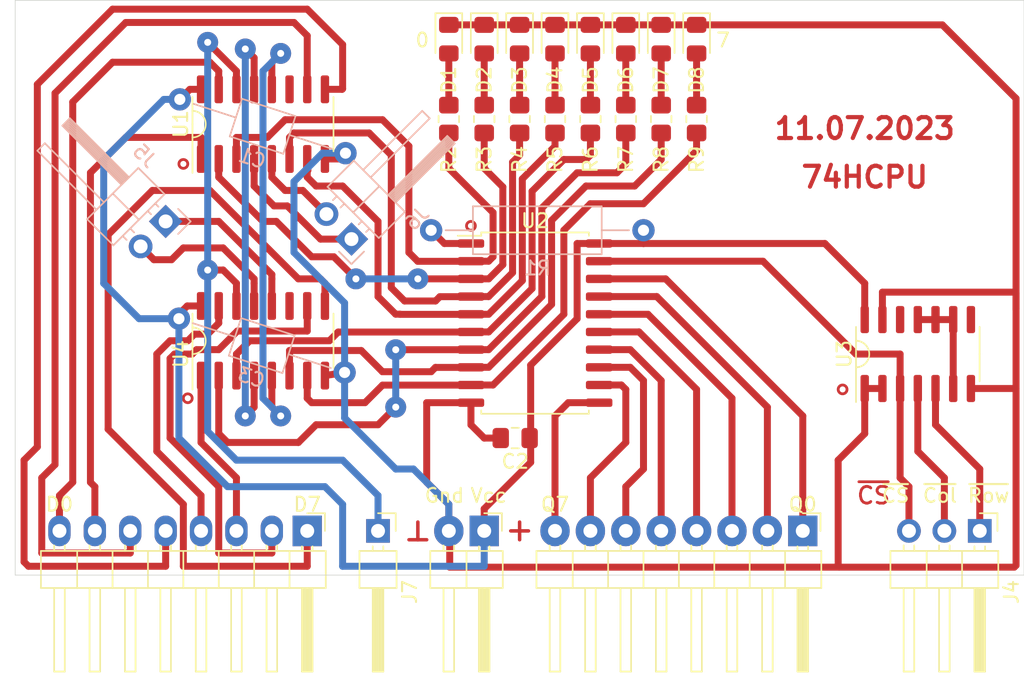
<source format=kicad_pcb>
(kicad_pcb (version 20171130) (host pcbnew "(5.1.8)-1")

  (general
    (thickness 1.6)
    (drawings 25)
    (tracks 369)
    (zones 0)
    (modules 31)
    (nets 49)
  )

  (page A4 portrait)
  (layers
    (0 F.Cu signal)
    (31 B.Cu signal)
    (32 B.Adhes user)
    (33 F.Adhes user)
    (34 B.Paste user)
    (35 F.Paste user)
    (36 B.SilkS user)
    (37 F.SilkS user)
    (38 B.Mask user)
    (39 F.Mask user)
    (40 Dwgs.User user)
    (41 Cmts.User user)
    (42 Eco1.User user)
    (43 Eco2.User user)
    (44 Edge.Cuts user)
    (45 Margin user)
    (46 B.CrtYd user)
    (47 F.CrtYd user)
    (48 B.Fab user)
    (49 F.Fab user)
  )

  (setup
    (last_trace_width 0.5)
    (user_trace_width 0.5)
    (user_trace_width 0.6)
    (trace_clearance 0.2)
    (zone_clearance 0.508)
    (zone_45_only no)
    (trace_min 0.2)
    (via_size 0.8)
    (via_drill 0.4)
    (via_min_size 0.4)
    (via_min_drill 0.3)
    (user_via 1.5 0.5)
    (uvia_size 0.3)
    (uvia_drill 0.1)
    (uvias_allowed no)
    (uvia_min_size 0.2)
    (uvia_min_drill 0.1)
    (edge_width 0.05)
    (segment_width 0.2)
    (pcb_text_width 0.3)
    (pcb_text_size 1.5 1.5)
    (mod_edge_width 0.12)
    (mod_text_size 1 1)
    (mod_text_width 0.15)
    (pad_size 2.2 1.6)
    (pad_drill 1)
    (pad_to_mask_clearance 0)
    (aux_axis_origin 0 0)
    (visible_elements 7FFFFFFF)
    (pcbplotparams
      (layerselection 0x010f0_ffffffff)
      (usegerberextensions false)
      (usegerberattributes true)
      (usegerberadvancedattributes true)
      (creategerberjobfile false)
      (excludeedgelayer true)
      (linewidth 0.100000)
      (plotframeref false)
      (viasonmask false)
      (mode 1)
      (useauxorigin false)
      (hpglpennumber 1)
      (hpglpenspeed 20)
      (hpglpendiameter 15.000000)
      (psnegative false)
      (psa4output false)
      (plotreference true)
      (plotvalue true)
      (plotinvisibletext false)
      (padsonsilk false)
      (subtractmaskfromsilk false)
      (outputformat 1)
      (mirror false)
      (drillshape 0)
      (scaleselection 1)
      (outputdirectory "gerber/"))
  )

  (net 0 "")
  (net 1 VCC)
  (net 2 GND)
  (net 3 /D7)
  (net 4 /D6)
  (net 5 /D5)
  (net 6 /D4)
  (net 7 /D3)
  (net 8 /D2)
  (net 9 /D1)
  (net 10 /D0)
  (net 11 /Q0)
  (net 12 /Q1)
  (net 13 /Q2)
  (net 14 /Q3)
  (net 15 /Q4)
  (net 16 /Q5)
  (net 17 /Q6)
  (net 18 /Q7)
  (net 19 /~Row)
  (net 20 /~Col)
  (net 21 /~CS)
  (net 22 "Net-(D1-Pad2)")
  (net 23 "Net-(D2-Pad2)")
  (net 24 "Net-(D3-Pad2)")
  (net 25 "Net-(D4-Pad2)")
  (net 26 "Net-(D5-Pad2)")
  (net 27 "Net-(D6-Pad2)")
  (net 28 "Net-(D7-Pad2)")
  (net 29 "Net-(D8-Pad2)")
  (net 30 "Net-(R1-Pad1)")
  (net 31 /L0)
  (net 32 /L1)
  (net 33 /L2)
  (net 34 /L3)
  (net 35 /L4)
  (net 36 /L5)
  (net 37 /L6)
  (net 38 /L7)
  (net 39 "Net-(U3-Pad12)")
  (net 40 /Res)
  (net 41 /~LOAD)
  (net 42 /Up)
  (net 43 /Down)
  (net 44 "Net-(U3-Pad10)")
  (net 45 /DownOut)
  (net 46 /UpOut)
  (net 47 /DownLH)
  (net 48 /UpLH)

  (net_class Default "This is the default net class."
    (clearance 0.2)
    (trace_width 0.25)
    (via_dia 0.8)
    (via_drill 0.4)
    (uvia_dia 0.3)
    (uvia_drill 0.1)
    (add_net /D0)
    (add_net /D1)
    (add_net /D2)
    (add_net /D3)
    (add_net /D4)
    (add_net /D5)
    (add_net /D6)
    (add_net /D7)
    (add_net /Down)
    (add_net /DownLH)
    (add_net /DownOut)
    (add_net /L0)
    (add_net /L1)
    (add_net /L2)
    (add_net /L3)
    (add_net /L4)
    (add_net /L5)
    (add_net /L6)
    (add_net /L7)
    (add_net /Q0)
    (add_net /Q1)
    (add_net /Q2)
    (add_net /Q3)
    (add_net /Q4)
    (add_net /Q5)
    (add_net /Q6)
    (add_net /Q7)
    (add_net /Res)
    (add_net /Up)
    (add_net /UpLH)
    (add_net /UpOut)
    (add_net /~CS)
    (add_net /~Col)
    (add_net /~LOAD)
    (add_net /~Row)
    (add_net GND)
    (add_net "Net-(D1-Pad2)")
    (add_net "Net-(D2-Pad2)")
    (add_net "Net-(D3-Pad2)")
    (add_net "Net-(D4-Pad2)")
    (add_net "Net-(D5-Pad2)")
    (add_net "Net-(D6-Pad2)")
    (add_net "Net-(D7-Pad2)")
    (add_net "Net-(D8-Pad2)")
    (add_net "Net-(R1-Pad1)")
    (add_net "Net-(U3-Pad10)")
    (add_net "Net-(U3-Pad12)")
    (add_net VCC)
  )

  (module Resistor_THT:R_Axial_DIN0309_L9.0mm_D3.2mm_P15.24mm_Horizontal (layer B.Cu) (tedit 5AE5139B) (tstamp 63558200)
    (at 80.01 31.75)
    (descr "Resistor, Axial_DIN0309 series, Axial, Horizontal, pin pitch=15.24mm, 0.5W = 1/2W, length*diameter=9*3.2mm^2, http://cdn-reichelt.de/documents/datenblatt/B400/1_4W%23YAG.pdf")
    (tags "Resistor Axial_DIN0309 series Axial Horizontal pin pitch 15.24mm 0.5W = 1/2W length 9mm diameter 3.2mm")
    (path /635595B9)
    (fp_text reference R1 (at 7.62 2.72) (layer B.SilkS)
      (effects (font (size 1 1) (thickness 0.15)) (justify mirror))
    )
    (fp_text value 10k (at 7.62 -2.72) (layer B.Fab)
      (effects (font (size 1 1) (thickness 0.15)) (justify mirror))
    )
    (fp_line (start 16.29 1.85) (end -1.05 1.85) (layer B.CrtYd) (width 0.05))
    (fp_line (start 16.29 -1.85) (end 16.29 1.85) (layer B.CrtYd) (width 0.05))
    (fp_line (start -1.05 -1.85) (end 16.29 -1.85) (layer B.CrtYd) (width 0.05))
    (fp_line (start -1.05 1.85) (end -1.05 -1.85) (layer B.CrtYd) (width 0.05))
    (fp_line (start 14.2 0) (end 12.24 0) (layer B.SilkS) (width 0.12))
    (fp_line (start 1.04 0) (end 3 0) (layer B.SilkS) (width 0.12))
    (fp_line (start 12.24 1.72) (end 3 1.72) (layer B.SilkS) (width 0.12))
    (fp_line (start 12.24 -1.72) (end 12.24 1.72) (layer B.SilkS) (width 0.12))
    (fp_line (start 3 -1.72) (end 12.24 -1.72) (layer B.SilkS) (width 0.12))
    (fp_line (start 3 1.72) (end 3 -1.72) (layer B.SilkS) (width 0.12))
    (fp_line (start 15.24 0) (end 12.12 0) (layer B.Fab) (width 0.1))
    (fp_line (start 0 0) (end 3.12 0) (layer B.Fab) (width 0.1))
    (fp_line (start 12.12 1.6) (end 3.12 1.6) (layer B.Fab) (width 0.1))
    (fp_line (start 12.12 -1.6) (end 12.12 1.6) (layer B.Fab) (width 0.1))
    (fp_line (start 3.12 -1.6) (end 12.12 -1.6) (layer B.Fab) (width 0.1))
    (fp_line (start 3.12 1.6) (end 3.12 -1.6) (layer B.Fab) (width 0.1))
    (fp_text user %R (at 7.62 0) (layer B.Fab)
      (effects (font (size 1 1) (thickness 0.15)) (justify mirror))
    )
    (pad 2 thru_hole oval (at 15.24 0) (size 1.6 1.6) (drill 0.8) (layers *.Cu *.Mask)
      (net 1 VCC))
    (pad 1 thru_hole circle (at 0 0) (size 1.6 1.6) (drill 0.8) (layers *.Cu *.Mask)
      (net 30 "Net-(R1-Pad1)"))
    (model ${KISYS3DMOD}/Resistor_THT.3dshapes/R_Axial_DIN0309_L9.0mm_D3.2mm_P15.24mm_Horizontal.wrl
      (at (xyz 0 0 0))
      (scale (xyz 1 1 1))
      (rotate (xyz 0 0 0))
    )
  )

  (module Capacitor_THT:C_Axial_L3.8mm_D2.6mm_P12.50mm_Horizontal (layer B.Cu) (tedit 5AE50EF0) (tstamp 64AE1E01)
    (at 61.9125 38.1 342)
    (descr "C, Axial series, Axial, Horizontal, pin pitch=12.5mm, , length*diameter=3.8*2.6mm^2, http://www.vishay.com/docs/45231/arseries.pdf")
    (tags "C Axial series Axial Horizontal pin pitch 12.5mm  length 3.8mm diameter 2.6mm")
    (path /64B68F67)
    (fp_text reference C3 (at 6.25 2.42 342) (layer B.SilkS)
      (effects (font (size 1 1) (thickness 0.15)) (justify mirror))
    )
    (fp_text value 0.1uF (at 6.25 -2.42 342) (layer B.Fab)
      (effects (font (size 1 1) (thickness 0.15)) (justify mirror))
    )
    (fp_line (start 4.35 1.3) (end 4.35 -1.3) (layer B.Fab) (width 0.1))
    (fp_line (start 4.35 -1.3) (end 8.15 -1.3) (layer B.Fab) (width 0.1))
    (fp_line (start 8.15 -1.3) (end 8.15 1.3) (layer B.Fab) (width 0.1))
    (fp_line (start 8.15 1.3) (end 4.35 1.3) (layer B.Fab) (width 0.1))
    (fp_line (start 0 0) (end 4.35 0) (layer B.Fab) (width 0.1))
    (fp_line (start 12.5 0) (end 8.15 0) (layer B.Fab) (width 0.1))
    (fp_line (start 4.23 1.42) (end 4.23 -1.42) (layer B.SilkS) (width 0.12))
    (fp_line (start 4.23 -1.42) (end 8.27 -1.42) (layer B.SilkS) (width 0.12))
    (fp_line (start 8.27 -1.42) (end 8.27 1.42) (layer B.SilkS) (width 0.12))
    (fp_line (start 8.27 1.42) (end 4.23 1.42) (layer B.SilkS) (width 0.12))
    (fp_line (start 1.04 0) (end 4.23 0) (layer B.SilkS) (width 0.12))
    (fp_line (start 11.46 0) (end 8.27 0) (layer B.SilkS) (width 0.12))
    (fp_line (start -1.05 1.55) (end -1.05 -1.55) (layer B.CrtYd) (width 0.05))
    (fp_line (start -1.05 -1.55) (end 13.55 -1.55) (layer B.CrtYd) (width 0.05))
    (fp_line (start 13.55 -1.55) (end 13.55 1.55) (layer B.CrtYd) (width 0.05))
    (fp_line (start 13.55 1.55) (end -1.05 1.55) (layer B.CrtYd) (width 0.05))
    (fp_text user %R (at 6.25 0 342) (layer B.Fab)
      (effects (font (size 0.76 0.76) (thickness 0.114)) (justify mirror))
    )
    (pad 2 thru_hole oval (at 12.5 0 342) (size 1.6 1.6) (drill 0.8) (layers *.Cu *.Mask)
      (net 2 GND))
    (pad 1 thru_hole circle (at 0 0 342) (size 1.6 1.6) (drill 0.8) (layers *.Cu *.Mask)
      (net 1 VCC))
    (model ${KISYS3DMOD}/Capacitor_THT.3dshapes/C_Axial_L3.8mm_D2.6mm_P12.50mm_Horizontal.wrl
      (at (xyz 0 0 0))
      (scale (xyz 1 1 1))
      (rotate (xyz 0 0 0))
    )
  )

  (module Capacitor_THT:C_Axial_L3.8mm_D2.6mm_P12.50mm_Horizontal (layer B.Cu) (tedit 5AE50EF0) (tstamp 628D51CF)
    (at 61.976 22.352 342)
    (descr "C, Axial series, Axial, Horizontal, pin pitch=12.5mm, , length*diameter=3.8*2.6mm^2, http://www.vishay.com/docs/45231/arseries.pdf")
    (tags "C Axial series Axial Horizontal pin pitch 12.5mm  length 3.8mm diameter 2.6mm")
    (path /628F1683)
    (fp_text reference C1 (at 6.25 2.42 342) (layer B.SilkS)
      (effects (font (size 1 1) (thickness 0.15)) (justify mirror))
    )
    (fp_text value 0.1uF (at 6.25 -2.42 342) (layer B.Fab)
      (effects (font (size 1 1) (thickness 0.15)) (justify mirror))
    )
    (fp_line (start 13.55 1.55) (end -1.05 1.55) (layer B.CrtYd) (width 0.05))
    (fp_line (start 13.55 -1.55) (end 13.55 1.55) (layer B.CrtYd) (width 0.05))
    (fp_line (start -1.05 -1.55) (end 13.55 -1.55) (layer B.CrtYd) (width 0.05))
    (fp_line (start -1.05 1.55) (end -1.05 -1.55) (layer B.CrtYd) (width 0.05))
    (fp_line (start 11.46 0) (end 8.27 0) (layer B.SilkS) (width 0.12))
    (fp_line (start 1.04 0) (end 4.23 0) (layer B.SilkS) (width 0.12))
    (fp_line (start 8.27 1.42) (end 4.23 1.42) (layer B.SilkS) (width 0.12))
    (fp_line (start 8.27 -1.42) (end 8.27 1.42) (layer B.SilkS) (width 0.12))
    (fp_line (start 4.23 -1.42) (end 8.27 -1.42) (layer B.SilkS) (width 0.12))
    (fp_line (start 4.23 1.42) (end 4.23 -1.42) (layer B.SilkS) (width 0.12))
    (fp_line (start 12.5 0) (end 8.15 0) (layer B.Fab) (width 0.1))
    (fp_line (start 0 0) (end 4.35 0) (layer B.Fab) (width 0.1))
    (fp_line (start 8.15 1.3) (end 4.35 1.3) (layer B.Fab) (width 0.1))
    (fp_line (start 8.15 -1.3) (end 8.15 1.3) (layer B.Fab) (width 0.1))
    (fp_line (start 4.35 -1.3) (end 8.15 -1.3) (layer B.Fab) (width 0.1))
    (fp_line (start 4.35 1.3) (end 4.35 -1.3) (layer B.Fab) (width 0.1))
    (fp_text user %R (at 6.25 0 342) (layer B.Fab)
      (effects (font (size 0.76 0.76) (thickness 0.114)) (justify mirror))
    )
    (pad 2 thru_hole oval (at 12.5 0 342) (size 1.6 1.6) (drill 0.8) (layers *.Cu *.Mask)
      (net 2 GND))
    (pad 1 thru_hole circle (at 0 0 342) (size 1.6 1.6) (drill 0.8) (layers *.Cu *.Mask)
      (net 1 VCC))
    (model ${KISYS3DMOD}/Capacitor_THT.3dshapes/C_Axial_L3.8mm_D2.6mm_P12.50mm_Horizontal.wrl
      (at (xyz 0 0 0))
      (scale (xyz 1 1 1))
      (rotate (xyz 0 0 0))
    )
  )

  (module Package_SO:SOP-16_3.9x9.9mm_P1.27mm (layer F.Cu) (tedit 5F476169) (tstamp 64AC9477)
    (at 67.945 39.6875 90)
    (descr "SOP, 16 Pin (https://www.diodes.com/assets/Datasheets/PAM8403.pdf), generated with kicad-footprint-generator ipc_gullwing_generator.py")
    (tags "SOP SO")
    (path /64AD324A)
    (attr smd)
    (fp_text reference U4 (at -0.9525 -5.9 90) (layer F.SilkS)
      (effects (font (size 1 1) (thickness 0.15)))
    )
    (fp_text value 74LS193 (at 0 1.27) (layer F.Fab)
      (effects (font (size 1 1) (thickness 0.15)))
    )
    (fp_line (start 3.75 -5.2) (end -3.75 -5.2) (layer F.CrtYd) (width 0.05))
    (fp_line (start 3.75 5.2) (end 3.75 -5.2) (layer F.CrtYd) (width 0.05))
    (fp_line (start -3.75 5.2) (end 3.75 5.2) (layer F.CrtYd) (width 0.05))
    (fp_line (start -3.75 -5.2) (end -3.75 5.2) (layer F.CrtYd) (width 0.05))
    (fp_line (start -1.95 -3.975) (end -0.975 -4.95) (layer F.Fab) (width 0.1))
    (fp_line (start -1.95 4.95) (end -1.95 -3.975) (layer F.Fab) (width 0.1))
    (fp_line (start 1.95 4.95) (end -1.95 4.95) (layer F.Fab) (width 0.1))
    (fp_line (start 1.95 -4.95) (end 1.95 4.95) (layer F.Fab) (width 0.1))
    (fp_line (start -0.975 -4.95) (end 1.95 -4.95) (layer F.Fab) (width 0.1))
    (fp_line (start 0 -5.06) (end -3.5 -5.06) (layer F.SilkS) (width 0.12))
    (fp_line (start 0 -5.06) (end 1.95 -5.06) (layer F.SilkS) (width 0.12))
    (fp_line (start 0 5.06) (end -1.95 5.06) (layer F.SilkS) (width 0.12))
    (fp_line (start 0 5.06) (end 1.95 5.06) (layer F.SilkS) (width 0.12))
    (fp_text user %R (at 0 0 90) (layer F.Fab)
      (effects (font (size 0.98 0.98) (thickness 0.15)))
    )
    (pad 16 smd roundrect (at 2.5 -4.445 90) (size 2 0.6) (layers F.Cu F.Paste F.Mask) (roundrect_rratio 0.25)
      (net 1 VCC))
    (pad 15 smd roundrect (at 2.5 -3.175 90) (size 2 0.6) (layers F.Cu F.Paste F.Mask) (roundrect_rratio 0.25)
      (net 6 /D4))
    (pad 14 smd roundrect (at 2.5 -1.905 90) (size 2 0.6) (layers F.Cu F.Paste F.Mask) (roundrect_rratio 0.25)
      (net 40 /Res))
    (pad 13 smd roundrect (at 2.5 -0.635 90) (size 2 0.6) (layers F.Cu F.Paste F.Mask) (roundrect_rratio 0.25)
      (net 45 /DownOut))
    (pad 12 smd roundrect (at 2.5 0.635 90) (size 2 0.6) (layers F.Cu F.Paste F.Mask) (roundrect_rratio 0.25)
      (net 46 /UpOut))
    (pad 11 smd roundrect (at 2.5 1.905 90) (size 2 0.6) (layers F.Cu F.Paste F.Mask) (roundrect_rratio 0.25)
      (net 41 /~LOAD))
    (pad 10 smd roundrect (at 2.5 3.175 90) (size 2 0.6) (layers F.Cu F.Paste F.Mask) (roundrect_rratio 0.25)
      (net 4 /D6))
    (pad 9 smd roundrect (at 2.5 4.445 90) (size 2 0.6) (layers F.Cu F.Paste F.Mask) (roundrect_rratio 0.25)
      (net 3 /D7))
    (pad 8 smd roundrect (at -2.5 4.445 90) (size 2 0.6) (layers F.Cu F.Paste F.Mask) (roundrect_rratio 0.25)
      (net 2 GND))
    (pad 7 smd roundrect (at -2.5 3.175 90) (size 2 0.6) (layers F.Cu F.Paste F.Mask) (roundrect_rratio 0.25)
      (net 38 /L7))
    (pad 6 smd roundrect (at -2.5 1.905 90) (size 2 0.6) (layers F.Cu F.Paste F.Mask) (roundrect_rratio 0.25)
      (net 37 /L6))
    (pad 5 smd roundrect (at -2.5 0.635 90) (size 2 0.6) (layers F.Cu F.Paste F.Mask) (roundrect_rratio 0.25)
      (net 48 /UpLH))
    (pad 4 smd roundrect (at -2.5 -0.635 90) (size 2 0.6) (layers F.Cu F.Paste F.Mask) (roundrect_rratio 0.25)
      (net 47 /DownLH))
    (pad 3 smd roundrect (at -2.5 -1.905 90) (size 2 0.6) (layers F.Cu F.Paste F.Mask) (roundrect_rratio 0.25)
      (net 35 /L4))
    (pad 2 smd roundrect (at -2.5 -3.175 90) (size 2 0.6) (layers F.Cu F.Paste F.Mask) (roundrect_rratio 0.25)
      (net 36 /L5))
    (pad 1 smd roundrect (at -2.5 -4.445 90) (size 2 0.6) (layers F.Cu F.Paste F.Mask) (roundrect_rratio 0.25)
      (net 5 /D5))
    (model ${KISYS3DMOD}/Package_SO.3dshapes/SOP-16_3.9x9.9mm_P1.27mm.wrl
      (at (xyz 0 0 0))
      (scale (xyz 1 1 1))
      (rotate (xyz 0 0 0))
    )
  )

  (module Package_SO:SOP-16_3.9x9.9mm_P1.27mm (layer F.Cu) (tedit 5F476169) (tstamp 64AC93C3)
    (at 67.945 24.13 90)
    (descr "SOP, 16 Pin (https://www.diodes.com/assets/Datasheets/PAM8403.pdf), generated with kicad-footprint-generator ipc_gullwing_generator.py")
    (tags "SOP SO")
    (path /64ACA6DA)
    (attr smd)
    (fp_text reference U1 (at 0 -5.9 90) (layer F.SilkS)
      (effects (font (size 1 1) (thickness 0.15)))
    )
    (fp_text value 74LS193 (at 0 0) (layer F.Fab)
      (effects (font (size 1 1) (thickness 0.15)))
    )
    (fp_line (start 3.75 -5.2) (end -3.75 -5.2) (layer F.CrtYd) (width 0.05))
    (fp_line (start 3.75 5.2) (end 3.75 -5.2) (layer F.CrtYd) (width 0.05))
    (fp_line (start -3.75 5.2) (end 3.75 5.2) (layer F.CrtYd) (width 0.05))
    (fp_line (start -3.75 -5.2) (end -3.75 5.2) (layer F.CrtYd) (width 0.05))
    (fp_line (start -1.95 -3.975) (end -0.975 -4.95) (layer F.Fab) (width 0.1))
    (fp_line (start -1.95 4.95) (end -1.95 -3.975) (layer F.Fab) (width 0.1))
    (fp_line (start 1.95 4.95) (end -1.95 4.95) (layer F.Fab) (width 0.1))
    (fp_line (start 1.95 -4.95) (end 1.95 4.95) (layer F.Fab) (width 0.1))
    (fp_line (start -0.975 -4.95) (end 1.95 -4.95) (layer F.Fab) (width 0.1))
    (fp_line (start 0 -5.06) (end -3.5 -5.06) (layer F.SilkS) (width 0.12))
    (fp_line (start 0 -5.06) (end 1.95 -5.06) (layer F.SilkS) (width 0.12))
    (fp_line (start 0 5.06) (end -1.95 5.06) (layer F.SilkS) (width 0.12))
    (fp_line (start 0 5.06) (end 1.95 5.06) (layer F.SilkS) (width 0.12))
    (fp_text user %R (at 0 0 90) (layer F.Fab)
      (effects (font (size 0.98 0.98) (thickness 0.15)))
    )
    (pad 16 smd roundrect (at 2.5 -4.445 90) (size 2 0.6) (layers F.Cu F.Paste F.Mask) (roundrect_rratio 0.25)
      (net 1 VCC))
    (pad 15 smd roundrect (at 2.5 -3.175 90) (size 2 0.6) (layers F.Cu F.Paste F.Mask) (roundrect_rratio 0.25)
      (net 10 /D0))
    (pad 14 smd roundrect (at 2.5 -1.905 90) (size 2 0.6) (layers F.Cu F.Paste F.Mask) (roundrect_rratio 0.25)
      (net 40 /Res))
    (pad 13 smd roundrect (at 2.5 -0.635 90) (size 2 0.6) (layers F.Cu F.Paste F.Mask) (roundrect_rratio 0.25)
      (net 47 /DownLH))
    (pad 12 smd roundrect (at 2.5 0.635 90) (size 2 0.6) (layers F.Cu F.Paste F.Mask) (roundrect_rratio 0.25)
      (net 48 /UpLH))
    (pad 11 smd roundrect (at 2.5 1.905 90) (size 2 0.6) (layers F.Cu F.Paste F.Mask) (roundrect_rratio 0.25)
      (net 41 /~LOAD))
    (pad 10 smd roundrect (at 2.5 3.175 90) (size 2 0.6) (layers F.Cu F.Paste F.Mask) (roundrect_rratio 0.25)
      (net 8 /D2))
    (pad 9 smd roundrect (at 2.5 4.445 90) (size 2 0.6) (layers F.Cu F.Paste F.Mask) (roundrect_rratio 0.25)
      (net 7 /D3))
    (pad 8 smd roundrect (at -2.5 4.445 90) (size 2 0.6) (layers F.Cu F.Paste F.Mask) (roundrect_rratio 0.25)
      (net 2 GND))
    (pad 7 smd roundrect (at -2.5 3.175 90) (size 2 0.6) (layers F.Cu F.Paste F.Mask) (roundrect_rratio 0.25)
      (net 34 /L3))
    (pad 6 smd roundrect (at -2.5 1.905 90) (size 2 0.6) (layers F.Cu F.Paste F.Mask) (roundrect_rratio 0.25)
      (net 33 /L2))
    (pad 5 smd roundrect (at -2.5 0.635 90) (size 2 0.6) (layers F.Cu F.Paste F.Mask) (roundrect_rratio 0.25)
      (net 42 /Up))
    (pad 4 smd roundrect (at -2.5 -0.635 90) (size 2 0.6) (layers F.Cu F.Paste F.Mask) (roundrect_rratio 0.25)
      (net 43 /Down))
    (pad 3 smd roundrect (at -2.5 -1.905 90) (size 2 0.6) (layers F.Cu F.Paste F.Mask) (roundrect_rratio 0.25)
      (net 31 /L0))
    (pad 2 smd roundrect (at -2.5 -3.175 90) (size 2 0.6) (layers F.Cu F.Paste F.Mask) (roundrect_rratio 0.25)
      (net 32 /L1))
    (pad 1 smd roundrect (at -2.5 -4.445 90) (size 2 0.6) (layers F.Cu F.Paste F.Mask) (roundrect_rratio 0.25)
      (net 9 /D1))
    (model ${KISYS3DMOD}/Package_SO.3dshapes/SOP-16_3.9x9.9mm_P1.27mm.wrl
      (at (xyz 0 0 0))
      (scale (xyz 1 1 1))
      (rotate (xyz 0 0 0))
    )
  )

  (module Capacitor_SMD:C_0805_2012Metric_Pad1.18x1.45mm_HandSolder (layer F.Cu) (tedit 5F68FEEF) (tstamp 636EB57C)
    (at 86.0425 46.6725 180)
    (descr "Capacitor SMD 0805 (2012 Metric), square (rectangular) end terminal, IPC_7351 nominal with elongated pad for handsoldering. (Body size source: IPC-SM-782 page 76, https://www.pcb-3d.com/wordpress/wp-content/uploads/ipc-sm-782a_amendment_1_and_2.pdf, https://docs.google.com/spreadsheets/d/1BsfQQcO9C6DZCsRaXUlFlo91Tg2WpOkGARC1WS5S8t0/edit?usp=sharing), generated with kicad-footprint-generator")
    (tags "capacitor handsolder")
    (path /636EBD1D)
    (attr smd)
    (fp_text reference C2 (at 0 -1.68) (layer F.SilkS)
      (effects (font (size 1 1) (thickness 0.15)))
    )
    (fp_text value 0.1uF (at 0 1.68) (layer F.Fab)
      (effects (font (size 1 1) (thickness 0.15)))
    )
    (fp_line (start 1.88 0.98) (end -1.88 0.98) (layer F.CrtYd) (width 0.05))
    (fp_line (start 1.88 -0.98) (end 1.88 0.98) (layer F.CrtYd) (width 0.05))
    (fp_line (start -1.88 -0.98) (end 1.88 -0.98) (layer F.CrtYd) (width 0.05))
    (fp_line (start -1.88 0.98) (end -1.88 -0.98) (layer F.CrtYd) (width 0.05))
    (fp_line (start -0.261252 0.735) (end 0.261252 0.735) (layer F.SilkS) (width 0.12))
    (fp_line (start -0.261252 -0.735) (end 0.261252 -0.735) (layer F.SilkS) (width 0.12))
    (fp_line (start 1 0.625) (end -1 0.625) (layer F.Fab) (width 0.1))
    (fp_line (start 1 -0.625) (end 1 0.625) (layer F.Fab) (width 0.1))
    (fp_line (start -1 -0.625) (end 1 -0.625) (layer F.Fab) (width 0.1))
    (fp_line (start -1 0.625) (end -1 -0.625) (layer F.Fab) (width 0.1))
    (fp_text user %R (at 0 0) (layer F.Fab)
      (effects (font (size 0.5 0.5) (thickness 0.08)))
    )
    (pad 2 smd roundrect (at 1.0375 0 180) (size 1.175 1.45) (layers F.Cu F.Paste F.Mask) (roundrect_rratio 0.2127659574468085)
      (net 2 GND))
    (pad 1 smd roundrect (at -1.0375 0 180) (size 1.175 1.45) (layers F.Cu F.Paste F.Mask) (roundrect_rratio 0.2127659574468085)
      (net 1 VCC))
    (model ${KISYS3DMOD}/Capacitor_SMD.3dshapes/C_0805_2012Metric.wrl
      (at (xyz 0 0 0))
      (scale (xyz 1 1 1))
      (rotate (xyz 0 0 0))
    )
  )

  (module Resistor_SMD:R_0805_2012Metric_Pad1.20x1.40mm_HandSolder (layer F.Cu) (tedit 5F68FEEE) (tstamp 63558288)
    (at 99.06 23.765 90)
    (descr "Resistor SMD 0805 (2012 Metric), square (rectangular) end terminal, IPC_7351 nominal with elongated pad for handsoldering. (Body size source: IPC-SM-782 page 72, https://www.pcb-3d.com/wordpress/wp-content/uploads/ipc-sm-782a_amendment_1_and_2.pdf), generated with kicad-footprint-generator")
    (tags "resistor handsolder")
    (path /6357BAE6)
    (attr smd)
    (fp_text reference R9 (at -2.905 0 90) (layer F.SilkS)
      (effects (font (size 1 1) (thickness 0.15)))
    )
    (fp_text value 1k (at 0 1.65 90) (layer F.Fab)
      (effects (font (size 1 1) (thickness 0.15)))
    )
    (fp_line (start -1 0.625) (end -1 -0.625) (layer F.Fab) (width 0.1))
    (fp_line (start -1 -0.625) (end 1 -0.625) (layer F.Fab) (width 0.1))
    (fp_line (start 1 -0.625) (end 1 0.625) (layer F.Fab) (width 0.1))
    (fp_line (start 1 0.625) (end -1 0.625) (layer F.Fab) (width 0.1))
    (fp_line (start -0.227064 -0.735) (end 0.227064 -0.735) (layer F.SilkS) (width 0.12))
    (fp_line (start -0.227064 0.735) (end 0.227064 0.735) (layer F.SilkS) (width 0.12))
    (fp_line (start -1.85 0.95) (end -1.85 -0.95) (layer F.CrtYd) (width 0.05))
    (fp_line (start -1.85 -0.95) (end 1.85 -0.95) (layer F.CrtYd) (width 0.05))
    (fp_line (start 1.85 -0.95) (end 1.85 0.95) (layer F.CrtYd) (width 0.05))
    (fp_line (start 1.85 0.95) (end -1.85 0.95) (layer F.CrtYd) (width 0.05))
    (fp_text user %R (at 0 0 90) (layer F.Fab)
      (effects (font (size 0.5 0.5) (thickness 0.08)))
    )
    (pad 2 smd roundrect (at 1 0 90) (size 1.2 1.4) (layers F.Cu F.Paste F.Mask) (roundrect_rratio 0.2083325)
      (net 29 "Net-(D8-Pad2)"))
    (pad 1 smd roundrect (at -1 0 90) (size 1.2 1.4) (layers F.Cu F.Paste F.Mask) (roundrect_rratio 0.2083325)
      (net 38 /L7))
    (model ${KISYS3DMOD}/Resistor_SMD.3dshapes/R_0805_2012Metric.wrl
      (at (xyz 0 0 0))
      (scale (xyz 1 1 1))
      (rotate (xyz 0 0 0))
    )
  )

  (module Resistor_SMD:R_0805_2012Metric_Pad1.20x1.40mm_HandSolder (layer F.Cu) (tedit 5F68FEEE) (tstamp 63558277)
    (at 96.52 23.765 90)
    (descr "Resistor SMD 0805 (2012 Metric), square (rectangular) end terminal, IPC_7351 nominal with elongated pad for handsoldering. (Body size source: IPC-SM-782 page 72, https://www.pcb-3d.com/wordpress/wp-content/uploads/ipc-sm-782a_amendment_1_and_2.pdf), generated with kicad-footprint-generator")
    (tags "resistor handsolder")
    (path /6357BAD4)
    (attr smd)
    (fp_text reference R8 (at -2.905 0 90) (layer F.SilkS)
      (effects (font (size 1 1) (thickness 0.15)))
    )
    (fp_text value 1k (at 0 1.65 90) (layer F.Fab)
      (effects (font (size 1 1) (thickness 0.15)))
    )
    (fp_line (start -1 0.625) (end -1 -0.625) (layer F.Fab) (width 0.1))
    (fp_line (start -1 -0.625) (end 1 -0.625) (layer F.Fab) (width 0.1))
    (fp_line (start 1 -0.625) (end 1 0.625) (layer F.Fab) (width 0.1))
    (fp_line (start 1 0.625) (end -1 0.625) (layer F.Fab) (width 0.1))
    (fp_line (start -0.227064 -0.735) (end 0.227064 -0.735) (layer F.SilkS) (width 0.12))
    (fp_line (start -0.227064 0.735) (end 0.227064 0.735) (layer F.SilkS) (width 0.12))
    (fp_line (start -1.85 0.95) (end -1.85 -0.95) (layer F.CrtYd) (width 0.05))
    (fp_line (start -1.85 -0.95) (end 1.85 -0.95) (layer F.CrtYd) (width 0.05))
    (fp_line (start 1.85 -0.95) (end 1.85 0.95) (layer F.CrtYd) (width 0.05))
    (fp_line (start 1.85 0.95) (end -1.85 0.95) (layer F.CrtYd) (width 0.05))
    (fp_text user %R (at 0 0 90) (layer F.Fab)
      (effects (font (size 0.5 0.5) (thickness 0.08)))
    )
    (pad 2 smd roundrect (at 1 0 90) (size 1.2 1.4) (layers F.Cu F.Paste F.Mask) (roundrect_rratio 0.2083325)
      (net 28 "Net-(D7-Pad2)"))
    (pad 1 smd roundrect (at -1 0 90) (size 1.2 1.4) (layers F.Cu F.Paste F.Mask) (roundrect_rratio 0.2083325)
      (net 37 /L6))
    (model ${KISYS3DMOD}/Resistor_SMD.3dshapes/R_0805_2012Metric.wrl
      (at (xyz 0 0 0))
      (scale (xyz 1 1 1))
      (rotate (xyz 0 0 0))
    )
  )

  (module Resistor_SMD:R_0805_2012Metric_Pad1.20x1.40mm_HandSolder (layer F.Cu) (tedit 5F68FEEE) (tstamp 63558266)
    (at 93.98 23.765 90)
    (descr "Resistor SMD 0805 (2012 Metric), square (rectangular) end terminal, IPC_7351 nominal with elongated pad for handsoldering. (Body size source: IPC-SM-782 page 72, https://www.pcb-3d.com/wordpress/wp-content/uploads/ipc-sm-782a_amendment_1_and_2.pdf), generated with kicad-footprint-generator")
    (tags "resistor handsolder")
    (path /6357BAC2)
    (attr smd)
    (fp_text reference R7 (at -2.905 0 90) (layer F.SilkS)
      (effects (font (size 1 1) (thickness 0.15)))
    )
    (fp_text value 1k (at 0 1.65 90) (layer F.Fab)
      (effects (font (size 1 1) (thickness 0.15)))
    )
    (fp_line (start -1 0.625) (end -1 -0.625) (layer F.Fab) (width 0.1))
    (fp_line (start -1 -0.625) (end 1 -0.625) (layer F.Fab) (width 0.1))
    (fp_line (start 1 -0.625) (end 1 0.625) (layer F.Fab) (width 0.1))
    (fp_line (start 1 0.625) (end -1 0.625) (layer F.Fab) (width 0.1))
    (fp_line (start -0.227064 -0.735) (end 0.227064 -0.735) (layer F.SilkS) (width 0.12))
    (fp_line (start -0.227064 0.735) (end 0.227064 0.735) (layer F.SilkS) (width 0.12))
    (fp_line (start -1.85 0.95) (end -1.85 -0.95) (layer F.CrtYd) (width 0.05))
    (fp_line (start -1.85 -0.95) (end 1.85 -0.95) (layer F.CrtYd) (width 0.05))
    (fp_line (start 1.85 -0.95) (end 1.85 0.95) (layer F.CrtYd) (width 0.05))
    (fp_line (start 1.85 0.95) (end -1.85 0.95) (layer F.CrtYd) (width 0.05))
    (fp_text user %R (at 0 0 90) (layer F.Fab)
      (effects (font (size 0.5 0.5) (thickness 0.08)))
    )
    (pad 2 smd roundrect (at 1 0 90) (size 1.2 1.4) (layers F.Cu F.Paste F.Mask) (roundrect_rratio 0.2083325)
      (net 27 "Net-(D6-Pad2)"))
    (pad 1 smd roundrect (at -1 0 90) (size 1.2 1.4) (layers F.Cu F.Paste F.Mask) (roundrect_rratio 0.2083325)
      (net 36 /L5))
    (model ${KISYS3DMOD}/Resistor_SMD.3dshapes/R_0805_2012Metric.wrl
      (at (xyz 0 0 0))
      (scale (xyz 1 1 1))
      (rotate (xyz 0 0 0))
    )
  )

  (module Resistor_SMD:R_0805_2012Metric_Pad1.20x1.40mm_HandSolder (layer F.Cu) (tedit 5F68FEEE) (tstamp 63558255)
    (at 91.44 23.765 90)
    (descr "Resistor SMD 0805 (2012 Metric), square (rectangular) end terminal, IPC_7351 nominal with elongated pad for handsoldering. (Body size source: IPC-SM-782 page 72, https://www.pcb-3d.com/wordpress/wp-content/uploads/ipc-sm-782a_amendment_1_and_2.pdf), generated with kicad-footprint-generator")
    (tags "resistor handsolder")
    (path /6357BAB0)
    (attr smd)
    (fp_text reference R6 (at -2.905 0 90) (layer F.SilkS)
      (effects (font (size 1 1) (thickness 0.15)))
    )
    (fp_text value 1k (at 0 1.65 90) (layer F.Fab)
      (effects (font (size 1 1) (thickness 0.15)))
    )
    (fp_line (start -1 0.625) (end -1 -0.625) (layer F.Fab) (width 0.1))
    (fp_line (start -1 -0.625) (end 1 -0.625) (layer F.Fab) (width 0.1))
    (fp_line (start 1 -0.625) (end 1 0.625) (layer F.Fab) (width 0.1))
    (fp_line (start 1 0.625) (end -1 0.625) (layer F.Fab) (width 0.1))
    (fp_line (start -0.227064 -0.735) (end 0.227064 -0.735) (layer F.SilkS) (width 0.12))
    (fp_line (start -0.227064 0.735) (end 0.227064 0.735) (layer F.SilkS) (width 0.12))
    (fp_line (start -1.85 0.95) (end -1.85 -0.95) (layer F.CrtYd) (width 0.05))
    (fp_line (start -1.85 -0.95) (end 1.85 -0.95) (layer F.CrtYd) (width 0.05))
    (fp_line (start 1.85 -0.95) (end 1.85 0.95) (layer F.CrtYd) (width 0.05))
    (fp_line (start 1.85 0.95) (end -1.85 0.95) (layer F.CrtYd) (width 0.05))
    (fp_text user %R (at 0 0 90) (layer F.Fab)
      (effects (font (size 0.5 0.5) (thickness 0.08)))
    )
    (pad 2 smd roundrect (at 1 0 90) (size 1.2 1.4) (layers F.Cu F.Paste F.Mask) (roundrect_rratio 0.2083325)
      (net 26 "Net-(D5-Pad2)"))
    (pad 1 smd roundrect (at -1 0 90) (size 1.2 1.4) (layers F.Cu F.Paste F.Mask) (roundrect_rratio 0.2083325)
      (net 35 /L4))
    (model ${KISYS3DMOD}/Resistor_SMD.3dshapes/R_0805_2012Metric.wrl
      (at (xyz 0 0 0))
      (scale (xyz 1 1 1))
      (rotate (xyz 0 0 0))
    )
  )

  (module Resistor_SMD:R_0805_2012Metric_Pad1.20x1.40mm_HandSolder (layer F.Cu) (tedit 5F68FEEE) (tstamp 63558244)
    (at 88.9 23.765 90)
    (descr "Resistor SMD 0805 (2012 Metric), square (rectangular) end terminal, IPC_7351 nominal with elongated pad for handsoldering. (Body size source: IPC-SM-782 page 72, https://www.pcb-3d.com/wordpress/wp-content/uploads/ipc-sm-782a_amendment_1_and_2.pdf), generated with kicad-footprint-generator")
    (tags "resistor handsolder")
    (path /63577066)
    (attr smd)
    (fp_text reference R5 (at -2.905 0 90) (layer F.SilkS)
      (effects (font (size 1 1) (thickness 0.15)))
    )
    (fp_text value 1k (at 0 1.65 90) (layer F.Fab)
      (effects (font (size 1 1) (thickness 0.15)))
    )
    (fp_line (start -1 0.625) (end -1 -0.625) (layer F.Fab) (width 0.1))
    (fp_line (start -1 -0.625) (end 1 -0.625) (layer F.Fab) (width 0.1))
    (fp_line (start 1 -0.625) (end 1 0.625) (layer F.Fab) (width 0.1))
    (fp_line (start 1 0.625) (end -1 0.625) (layer F.Fab) (width 0.1))
    (fp_line (start -0.227064 -0.735) (end 0.227064 -0.735) (layer F.SilkS) (width 0.12))
    (fp_line (start -0.227064 0.735) (end 0.227064 0.735) (layer F.SilkS) (width 0.12))
    (fp_line (start -1.85 0.95) (end -1.85 -0.95) (layer F.CrtYd) (width 0.05))
    (fp_line (start -1.85 -0.95) (end 1.85 -0.95) (layer F.CrtYd) (width 0.05))
    (fp_line (start 1.85 -0.95) (end 1.85 0.95) (layer F.CrtYd) (width 0.05))
    (fp_line (start 1.85 0.95) (end -1.85 0.95) (layer F.CrtYd) (width 0.05))
    (fp_text user %R (at 0 0 90) (layer F.Fab)
      (effects (font (size 0.5 0.5) (thickness 0.08)))
    )
    (pad 2 smd roundrect (at 1 0 90) (size 1.2 1.4) (layers F.Cu F.Paste F.Mask) (roundrect_rratio 0.2083325)
      (net 25 "Net-(D4-Pad2)"))
    (pad 1 smd roundrect (at -1 0 90) (size 1.2 1.4) (layers F.Cu F.Paste F.Mask) (roundrect_rratio 0.2083325)
      (net 34 /L3))
    (model ${KISYS3DMOD}/Resistor_SMD.3dshapes/R_0805_2012Metric.wrl
      (at (xyz 0 0 0))
      (scale (xyz 1 1 1))
      (rotate (xyz 0 0 0))
    )
  )

  (module Resistor_SMD:R_0805_2012Metric_Pad1.20x1.40mm_HandSolder (layer F.Cu) (tedit 5F68FEEE) (tstamp 63558233)
    (at 86.36 23.765 90)
    (descr "Resistor SMD 0805 (2012 Metric), square (rectangular) end terminal, IPC_7351 nominal with elongated pad for handsoldering. (Body size source: IPC-SM-782 page 72, https://www.pcb-3d.com/wordpress/wp-content/uploads/ipc-sm-782a_amendment_1_and_2.pdf), generated with kicad-footprint-generator")
    (tags "resistor handsolder")
    (path /635717BE)
    (attr smd)
    (fp_text reference R4 (at -2.905 0 90) (layer F.SilkS)
      (effects (font (size 1 1) (thickness 0.15)))
    )
    (fp_text value 1k (at 0 1.65 90) (layer F.Fab)
      (effects (font (size 1 1) (thickness 0.15)))
    )
    (fp_line (start -1 0.625) (end -1 -0.625) (layer F.Fab) (width 0.1))
    (fp_line (start -1 -0.625) (end 1 -0.625) (layer F.Fab) (width 0.1))
    (fp_line (start 1 -0.625) (end 1 0.625) (layer F.Fab) (width 0.1))
    (fp_line (start 1 0.625) (end -1 0.625) (layer F.Fab) (width 0.1))
    (fp_line (start -0.227064 -0.735) (end 0.227064 -0.735) (layer F.SilkS) (width 0.12))
    (fp_line (start -0.227064 0.735) (end 0.227064 0.735) (layer F.SilkS) (width 0.12))
    (fp_line (start -1.85 0.95) (end -1.85 -0.95) (layer F.CrtYd) (width 0.05))
    (fp_line (start -1.85 -0.95) (end 1.85 -0.95) (layer F.CrtYd) (width 0.05))
    (fp_line (start 1.85 -0.95) (end 1.85 0.95) (layer F.CrtYd) (width 0.05))
    (fp_line (start 1.85 0.95) (end -1.85 0.95) (layer F.CrtYd) (width 0.05))
    (fp_text user %R (at 0 0 90) (layer F.Fab)
      (effects (font (size 0.5 0.5) (thickness 0.08)))
    )
    (pad 2 smd roundrect (at 1 0 90) (size 1.2 1.4) (layers F.Cu F.Paste F.Mask) (roundrect_rratio 0.2083325)
      (net 24 "Net-(D3-Pad2)"))
    (pad 1 smd roundrect (at -1 0 90) (size 1.2 1.4) (layers F.Cu F.Paste F.Mask) (roundrect_rratio 0.2083325)
      (net 33 /L2))
    (model ${KISYS3DMOD}/Resistor_SMD.3dshapes/R_0805_2012Metric.wrl
      (at (xyz 0 0 0))
      (scale (xyz 1 1 1))
      (rotate (xyz 0 0 0))
    )
  )

  (module Resistor_SMD:R_0805_2012Metric_Pad1.20x1.40mm_HandSolder (layer F.Cu) (tedit 5F68FEEE) (tstamp 63558222)
    (at 83.82 23.765 90)
    (descr "Resistor SMD 0805 (2012 Metric), square (rectangular) end terminal, IPC_7351 nominal with elongated pad for handsoldering. (Body size source: IPC-SM-782 page 72, https://www.pcb-3d.com/wordpress/wp-content/uploads/ipc-sm-782a_amendment_1_and_2.pdf), generated with kicad-footprint-generator")
    (tags "resistor handsolder")
    (path /6357062C)
    (attr smd)
    (fp_text reference R3 (at -2.905 0 90) (layer F.SilkS)
      (effects (font (size 1 1) (thickness 0.15)))
    )
    (fp_text value 1k (at 0 1.65 90) (layer F.Fab)
      (effects (font (size 1 1) (thickness 0.15)))
    )
    (fp_line (start -1 0.625) (end -1 -0.625) (layer F.Fab) (width 0.1))
    (fp_line (start -1 -0.625) (end 1 -0.625) (layer F.Fab) (width 0.1))
    (fp_line (start 1 -0.625) (end 1 0.625) (layer F.Fab) (width 0.1))
    (fp_line (start 1 0.625) (end -1 0.625) (layer F.Fab) (width 0.1))
    (fp_line (start -0.227064 -0.735) (end 0.227064 -0.735) (layer F.SilkS) (width 0.12))
    (fp_line (start -0.227064 0.735) (end 0.227064 0.735) (layer F.SilkS) (width 0.12))
    (fp_line (start -1.85 0.95) (end -1.85 -0.95) (layer F.CrtYd) (width 0.05))
    (fp_line (start -1.85 -0.95) (end 1.85 -0.95) (layer F.CrtYd) (width 0.05))
    (fp_line (start 1.85 -0.95) (end 1.85 0.95) (layer F.CrtYd) (width 0.05))
    (fp_line (start 1.85 0.95) (end -1.85 0.95) (layer F.CrtYd) (width 0.05))
    (fp_text user %R (at 0 0 90) (layer F.Fab)
      (effects (font (size 0.5 0.5) (thickness 0.08)))
    )
    (pad 2 smd roundrect (at 1 0 90) (size 1.2 1.4) (layers F.Cu F.Paste F.Mask) (roundrect_rratio 0.2083325)
      (net 23 "Net-(D2-Pad2)"))
    (pad 1 smd roundrect (at -1 0 90) (size 1.2 1.4) (layers F.Cu F.Paste F.Mask) (roundrect_rratio 0.2083325)
      (net 32 /L1))
    (model ${KISYS3DMOD}/Resistor_SMD.3dshapes/R_0805_2012Metric.wrl
      (at (xyz 0 0 0))
      (scale (xyz 1 1 1))
      (rotate (xyz 0 0 0))
    )
  )

  (module Resistor_SMD:R_0805_2012Metric_Pad1.20x1.40mm_HandSolder (layer F.Cu) (tedit 5F68FEEE) (tstamp 63558211)
    (at 81.28 23.765 90)
    (descr "Resistor SMD 0805 (2012 Metric), square (rectangular) end terminal, IPC_7351 nominal with elongated pad for handsoldering. (Body size source: IPC-SM-782 page 72, https://www.pcb-3d.com/wordpress/wp-content/uploads/ipc-sm-782a_amendment_1_and_2.pdf), generated with kicad-footprint-generator")
    (tags "resistor handsolder")
    (path /6356A96D)
    (attr smd)
    (fp_text reference R2 (at -2.905 0 90) (layer F.SilkS)
      (effects (font (size 1 1) (thickness 0.15)))
    )
    (fp_text value 1k (at 0 1.65 90) (layer F.Fab)
      (effects (font (size 1 1) (thickness 0.15)))
    )
    (fp_line (start -1 0.625) (end -1 -0.625) (layer F.Fab) (width 0.1))
    (fp_line (start -1 -0.625) (end 1 -0.625) (layer F.Fab) (width 0.1))
    (fp_line (start 1 -0.625) (end 1 0.625) (layer F.Fab) (width 0.1))
    (fp_line (start 1 0.625) (end -1 0.625) (layer F.Fab) (width 0.1))
    (fp_line (start -0.227064 -0.735) (end 0.227064 -0.735) (layer F.SilkS) (width 0.12))
    (fp_line (start -0.227064 0.735) (end 0.227064 0.735) (layer F.SilkS) (width 0.12))
    (fp_line (start -1.85 0.95) (end -1.85 -0.95) (layer F.CrtYd) (width 0.05))
    (fp_line (start -1.85 -0.95) (end 1.85 -0.95) (layer F.CrtYd) (width 0.05))
    (fp_line (start 1.85 -0.95) (end 1.85 0.95) (layer F.CrtYd) (width 0.05))
    (fp_line (start 1.85 0.95) (end -1.85 0.95) (layer F.CrtYd) (width 0.05))
    (fp_text user %R (at 0 0 90) (layer F.Fab)
      (effects (font (size 0.5 0.5) (thickness 0.08)))
    )
    (pad 2 smd roundrect (at 1 0 90) (size 1.2 1.4) (layers F.Cu F.Paste F.Mask) (roundrect_rratio 0.2083325)
      (net 22 "Net-(D1-Pad2)"))
    (pad 1 smd roundrect (at -1 0 90) (size 1.2 1.4) (layers F.Cu F.Paste F.Mask) (roundrect_rratio 0.2083325)
      (net 31 /L0))
    (model ${KISYS3DMOD}/Resistor_SMD.3dshapes/R_0805_2012Metric.wrl
      (at (xyz 0 0 0))
      (scale (xyz 1 1 1))
      (rotate (xyz 0 0 0))
    )
  )

  (module LED_SMD:LED_0805_2012Metric_Pad1.15x1.40mm_HandSolder (layer F.Cu) (tedit 5F68FEF1) (tstamp 63557F0D)
    (at 99.06 18.025 270)
    (descr "LED SMD 0805 (2012 Metric), square (rectangular) end terminal, IPC_7351 nominal, (Body size source: https://docs.google.com/spreadsheets/d/1BsfQQcO9C6DZCsRaXUlFlo91Tg2WpOkGARC1WS5S8t0/edit?usp=sharing), generated with kicad-footprint-generator")
    (tags "LED handsolder")
    (path /6357BAEC)
    (attr smd)
    (fp_text reference D8 (at 2.93 0 90) (layer F.SilkS)
      (effects (font (size 1 1) (thickness 0.15)))
    )
    (fp_text value LED (at 0 1.65 90) (layer F.Fab)
      (effects (font (size 1 1) (thickness 0.15)))
    )
    (fp_line (start 1 -0.6) (end -0.7 -0.6) (layer F.Fab) (width 0.1))
    (fp_line (start -0.7 -0.6) (end -1 -0.3) (layer F.Fab) (width 0.1))
    (fp_line (start -1 -0.3) (end -1 0.6) (layer F.Fab) (width 0.1))
    (fp_line (start -1 0.6) (end 1 0.6) (layer F.Fab) (width 0.1))
    (fp_line (start 1 0.6) (end 1 -0.6) (layer F.Fab) (width 0.1))
    (fp_line (start 1 -0.96) (end -1.86 -0.96) (layer F.SilkS) (width 0.12))
    (fp_line (start -1.86 -0.96) (end -1.86 0.96) (layer F.SilkS) (width 0.12))
    (fp_line (start -1.86 0.96) (end 1 0.96) (layer F.SilkS) (width 0.12))
    (fp_line (start -1.85 0.95) (end -1.85 -0.95) (layer F.CrtYd) (width 0.05))
    (fp_line (start -1.85 -0.95) (end 1.85 -0.95) (layer F.CrtYd) (width 0.05))
    (fp_line (start 1.85 -0.95) (end 1.85 0.95) (layer F.CrtYd) (width 0.05))
    (fp_line (start 1.85 0.95) (end -1.85 0.95) (layer F.CrtYd) (width 0.05))
    (fp_text user %R (at 0 0 90) (layer F.Fab)
      (effects (font (size 0.5 0.5) (thickness 0.08)))
    )
    (pad 2 smd roundrect (at 1.025 0 270) (size 1.15 1.4) (layers F.Cu F.Paste F.Mask) (roundrect_rratio 0.2173904347826087)
      (net 29 "Net-(D8-Pad2)"))
    (pad 1 smd roundrect (at -1.025 0 270) (size 1.15 1.4) (layers F.Cu F.Paste F.Mask) (roundrect_rratio 0.2173904347826087)
      (net 2 GND))
    (model ${KISYS3DMOD}/LED_SMD.3dshapes/LED_0805_2012Metric.wrl
      (at (xyz 0 0 0))
      (scale (xyz 1 1 1))
      (rotate (xyz 0 0 0))
    )
  )

  (module LED_SMD:LED_0805_2012Metric_Pad1.15x1.40mm_HandSolder (layer F.Cu) (tedit 5F68FEF1) (tstamp 63557EFA)
    (at 96.52 18.025 270)
    (descr "LED SMD 0805 (2012 Metric), square (rectangular) end terminal, IPC_7351 nominal, (Body size source: https://docs.google.com/spreadsheets/d/1BsfQQcO9C6DZCsRaXUlFlo91Tg2WpOkGARC1WS5S8t0/edit?usp=sharing), generated with kicad-footprint-generator")
    (tags "LED handsolder")
    (path /6357BADA)
    (attr smd)
    (fp_text reference D7 (at 2.93 0 90) (layer F.SilkS)
      (effects (font (size 1 1) (thickness 0.15)))
    )
    (fp_text value LED (at 0 1.65 90) (layer F.Fab)
      (effects (font (size 1 1) (thickness 0.15)))
    )
    (fp_line (start 1 -0.6) (end -0.7 -0.6) (layer F.Fab) (width 0.1))
    (fp_line (start -0.7 -0.6) (end -1 -0.3) (layer F.Fab) (width 0.1))
    (fp_line (start -1 -0.3) (end -1 0.6) (layer F.Fab) (width 0.1))
    (fp_line (start -1 0.6) (end 1 0.6) (layer F.Fab) (width 0.1))
    (fp_line (start 1 0.6) (end 1 -0.6) (layer F.Fab) (width 0.1))
    (fp_line (start 1 -0.96) (end -1.86 -0.96) (layer F.SilkS) (width 0.12))
    (fp_line (start -1.86 -0.96) (end -1.86 0.96) (layer F.SilkS) (width 0.12))
    (fp_line (start -1.86 0.96) (end 1 0.96) (layer F.SilkS) (width 0.12))
    (fp_line (start -1.85 0.95) (end -1.85 -0.95) (layer F.CrtYd) (width 0.05))
    (fp_line (start -1.85 -0.95) (end 1.85 -0.95) (layer F.CrtYd) (width 0.05))
    (fp_line (start 1.85 -0.95) (end 1.85 0.95) (layer F.CrtYd) (width 0.05))
    (fp_line (start 1.85 0.95) (end -1.85 0.95) (layer F.CrtYd) (width 0.05))
    (fp_text user %R (at 0 0 90) (layer F.Fab)
      (effects (font (size 0.5 0.5) (thickness 0.08)))
    )
    (pad 2 smd roundrect (at 1.025 0 270) (size 1.15 1.4) (layers F.Cu F.Paste F.Mask) (roundrect_rratio 0.2173904347826087)
      (net 28 "Net-(D7-Pad2)"))
    (pad 1 smd roundrect (at -1.025 0 270) (size 1.15 1.4) (layers F.Cu F.Paste F.Mask) (roundrect_rratio 0.2173904347826087)
      (net 2 GND))
    (model ${KISYS3DMOD}/LED_SMD.3dshapes/LED_0805_2012Metric.wrl
      (at (xyz 0 0 0))
      (scale (xyz 1 1 1))
      (rotate (xyz 0 0 0))
    )
  )

  (module LED_SMD:LED_0805_2012Metric_Pad1.15x1.40mm_HandSolder (layer F.Cu) (tedit 5F68FEF1) (tstamp 63557EE7)
    (at 93.98 18.025 270)
    (descr "LED SMD 0805 (2012 Metric), square (rectangular) end terminal, IPC_7351 nominal, (Body size source: https://docs.google.com/spreadsheets/d/1BsfQQcO9C6DZCsRaXUlFlo91Tg2WpOkGARC1WS5S8t0/edit?usp=sharing), generated with kicad-footprint-generator")
    (tags "LED handsolder")
    (path /6357BAC8)
    (attr smd)
    (fp_text reference D6 (at 2.93 0 90) (layer F.SilkS)
      (effects (font (size 1 1) (thickness 0.15)))
    )
    (fp_text value LED (at 0 1.65 90) (layer F.Fab)
      (effects (font (size 1 1) (thickness 0.15)))
    )
    (fp_line (start 1 -0.6) (end -0.7 -0.6) (layer F.Fab) (width 0.1))
    (fp_line (start -0.7 -0.6) (end -1 -0.3) (layer F.Fab) (width 0.1))
    (fp_line (start -1 -0.3) (end -1 0.6) (layer F.Fab) (width 0.1))
    (fp_line (start -1 0.6) (end 1 0.6) (layer F.Fab) (width 0.1))
    (fp_line (start 1 0.6) (end 1 -0.6) (layer F.Fab) (width 0.1))
    (fp_line (start 1 -0.96) (end -1.86 -0.96) (layer F.SilkS) (width 0.12))
    (fp_line (start -1.86 -0.96) (end -1.86 0.96) (layer F.SilkS) (width 0.12))
    (fp_line (start -1.86 0.96) (end 1 0.96) (layer F.SilkS) (width 0.12))
    (fp_line (start -1.85 0.95) (end -1.85 -0.95) (layer F.CrtYd) (width 0.05))
    (fp_line (start -1.85 -0.95) (end 1.85 -0.95) (layer F.CrtYd) (width 0.05))
    (fp_line (start 1.85 -0.95) (end 1.85 0.95) (layer F.CrtYd) (width 0.05))
    (fp_line (start 1.85 0.95) (end -1.85 0.95) (layer F.CrtYd) (width 0.05))
    (fp_text user %R (at 0 0 90) (layer F.Fab)
      (effects (font (size 0.5 0.5) (thickness 0.08)))
    )
    (pad 2 smd roundrect (at 1.025 0 270) (size 1.15 1.4) (layers F.Cu F.Paste F.Mask) (roundrect_rratio 0.2173904347826087)
      (net 27 "Net-(D6-Pad2)"))
    (pad 1 smd roundrect (at -1.025 0 270) (size 1.15 1.4) (layers F.Cu F.Paste F.Mask) (roundrect_rratio 0.2173904347826087)
      (net 2 GND))
    (model ${KISYS3DMOD}/LED_SMD.3dshapes/LED_0805_2012Metric.wrl
      (at (xyz 0 0 0))
      (scale (xyz 1 1 1))
      (rotate (xyz 0 0 0))
    )
  )

  (module LED_SMD:LED_0805_2012Metric_Pad1.15x1.40mm_HandSolder (layer F.Cu) (tedit 5F68FEF1) (tstamp 63557ED4)
    (at 91.44 18.025 270)
    (descr "LED SMD 0805 (2012 Metric), square (rectangular) end terminal, IPC_7351 nominal, (Body size source: https://docs.google.com/spreadsheets/d/1BsfQQcO9C6DZCsRaXUlFlo91Tg2WpOkGARC1WS5S8t0/edit?usp=sharing), generated with kicad-footprint-generator")
    (tags "LED handsolder")
    (path /6357BAB6)
    (attr smd)
    (fp_text reference D5 (at 2.93 0 90) (layer F.SilkS)
      (effects (font (size 1 1) (thickness 0.15)))
    )
    (fp_text value LED (at 0 1.65 90) (layer F.Fab)
      (effects (font (size 1 1) (thickness 0.15)))
    )
    (fp_line (start 1 -0.6) (end -0.7 -0.6) (layer F.Fab) (width 0.1))
    (fp_line (start -0.7 -0.6) (end -1 -0.3) (layer F.Fab) (width 0.1))
    (fp_line (start -1 -0.3) (end -1 0.6) (layer F.Fab) (width 0.1))
    (fp_line (start -1 0.6) (end 1 0.6) (layer F.Fab) (width 0.1))
    (fp_line (start 1 0.6) (end 1 -0.6) (layer F.Fab) (width 0.1))
    (fp_line (start 1 -0.96) (end -1.86 -0.96) (layer F.SilkS) (width 0.12))
    (fp_line (start -1.86 -0.96) (end -1.86 0.96) (layer F.SilkS) (width 0.12))
    (fp_line (start -1.86 0.96) (end 1 0.96) (layer F.SilkS) (width 0.12))
    (fp_line (start -1.85 0.95) (end -1.85 -0.95) (layer F.CrtYd) (width 0.05))
    (fp_line (start -1.85 -0.95) (end 1.85 -0.95) (layer F.CrtYd) (width 0.05))
    (fp_line (start 1.85 -0.95) (end 1.85 0.95) (layer F.CrtYd) (width 0.05))
    (fp_line (start 1.85 0.95) (end -1.85 0.95) (layer F.CrtYd) (width 0.05))
    (fp_text user %R (at 0 0 90) (layer F.Fab)
      (effects (font (size 0.5 0.5) (thickness 0.08)))
    )
    (pad 2 smd roundrect (at 1.025 0 270) (size 1.15 1.4) (layers F.Cu F.Paste F.Mask) (roundrect_rratio 0.2173904347826087)
      (net 26 "Net-(D5-Pad2)"))
    (pad 1 smd roundrect (at -1.025 0 270) (size 1.15 1.4) (layers F.Cu F.Paste F.Mask) (roundrect_rratio 0.2173904347826087)
      (net 2 GND))
    (model ${KISYS3DMOD}/LED_SMD.3dshapes/LED_0805_2012Metric.wrl
      (at (xyz 0 0 0))
      (scale (xyz 1 1 1))
      (rotate (xyz 0 0 0))
    )
  )

  (module LED_SMD:LED_0805_2012Metric_Pad1.15x1.40mm_HandSolder (layer F.Cu) (tedit 5F68FEF1) (tstamp 63557EC1)
    (at 88.9 18.025 270)
    (descr "LED SMD 0805 (2012 Metric), square (rectangular) end terminal, IPC_7351 nominal, (Body size source: https://docs.google.com/spreadsheets/d/1BsfQQcO9C6DZCsRaXUlFlo91Tg2WpOkGARC1WS5S8t0/edit?usp=sharing), generated with kicad-footprint-generator")
    (tags "LED handsolder")
    (path /6357706C)
    (attr smd)
    (fp_text reference D4 (at 2.93 0 90) (layer F.SilkS)
      (effects (font (size 1 1) (thickness 0.15)))
    )
    (fp_text value LED (at 0 1.65 90) (layer F.Fab)
      (effects (font (size 1 1) (thickness 0.15)))
    )
    (fp_line (start 1 -0.6) (end -0.7 -0.6) (layer F.Fab) (width 0.1))
    (fp_line (start -0.7 -0.6) (end -1 -0.3) (layer F.Fab) (width 0.1))
    (fp_line (start -1 -0.3) (end -1 0.6) (layer F.Fab) (width 0.1))
    (fp_line (start -1 0.6) (end 1 0.6) (layer F.Fab) (width 0.1))
    (fp_line (start 1 0.6) (end 1 -0.6) (layer F.Fab) (width 0.1))
    (fp_line (start 1 -0.96) (end -1.86 -0.96) (layer F.SilkS) (width 0.12))
    (fp_line (start -1.86 -0.96) (end -1.86 0.96) (layer F.SilkS) (width 0.12))
    (fp_line (start -1.86 0.96) (end 1 0.96) (layer F.SilkS) (width 0.12))
    (fp_line (start -1.85 0.95) (end -1.85 -0.95) (layer F.CrtYd) (width 0.05))
    (fp_line (start -1.85 -0.95) (end 1.85 -0.95) (layer F.CrtYd) (width 0.05))
    (fp_line (start 1.85 -0.95) (end 1.85 0.95) (layer F.CrtYd) (width 0.05))
    (fp_line (start 1.85 0.95) (end -1.85 0.95) (layer F.CrtYd) (width 0.05))
    (fp_text user %R (at 0 0 90) (layer F.Fab)
      (effects (font (size 0.5 0.5) (thickness 0.08)))
    )
    (pad 2 smd roundrect (at 1.025 0 270) (size 1.15 1.4) (layers F.Cu F.Paste F.Mask) (roundrect_rratio 0.2173904347826087)
      (net 25 "Net-(D4-Pad2)"))
    (pad 1 smd roundrect (at -1.025 0 270) (size 1.15 1.4) (layers F.Cu F.Paste F.Mask) (roundrect_rratio 0.2173904347826087)
      (net 2 GND))
    (model ${KISYS3DMOD}/LED_SMD.3dshapes/LED_0805_2012Metric.wrl
      (at (xyz 0 0 0))
      (scale (xyz 1 1 1))
      (rotate (xyz 0 0 0))
    )
  )

  (module LED_SMD:LED_0805_2012Metric_Pad1.15x1.40mm_HandSolder (layer F.Cu) (tedit 5F68FEF1) (tstamp 63557EAE)
    (at 86.36 18.025 270)
    (descr "LED SMD 0805 (2012 Metric), square (rectangular) end terminal, IPC_7351 nominal, (Body size source: https://docs.google.com/spreadsheets/d/1BsfQQcO9C6DZCsRaXUlFlo91Tg2WpOkGARC1WS5S8t0/edit?usp=sharing), generated with kicad-footprint-generator")
    (tags "LED handsolder")
    (path /635717C4)
    (attr smd)
    (fp_text reference D3 (at 2.93 0 90) (layer F.SilkS)
      (effects (font (size 1 1) (thickness 0.15)))
    )
    (fp_text value LED (at 0 1.65 90) (layer F.Fab)
      (effects (font (size 1 1) (thickness 0.15)))
    )
    (fp_line (start 1 -0.6) (end -0.7 -0.6) (layer F.Fab) (width 0.1))
    (fp_line (start -0.7 -0.6) (end -1 -0.3) (layer F.Fab) (width 0.1))
    (fp_line (start -1 -0.3) (end -1 0.6) (layer F.Fab) (width 0.1))
    (fp_line (start -1 0.6) (end 1 0.6) (layer F.Fab) (width 0.1))
    (fp_line (start 1 0.6) (end 1 -0.6) (layer F.Fab) (width 0.1))
    (fp_line (start 1 -0.96) (end -1.86 -0.96) (layer F.SilkS) (width 0.12))
    (fp_line (start -1.86 -0.96) (end -1.86 0.96) (layer F.SilkS) (width 0.12))
    (fp_line (start -1.86 0.96) (end 1 0.96) (layer F.SilkS) (width 0.12))
    (fp_line (start -1.85 0.95) (end -1.85 -0.95) (layer F.CrtYd) (width 0.05))
    (fp_line (start -1.85 -0.95) (end 1.85 -0.95) (layer F.CrtYd) (width 0.05))
    (fp_line (start 1.85 -0.95) (end 1.85 0.95) (layer F.CrtYd) (width 0.05))
    (fp_line (start 1.85 0.95) (end -1.85 0.95) (layer F.CrtYd) (width 0.05))
    (fp_text user %R (at 0 0 90) (layer F.Fab)
      (effects (font (size 0.5 0.5) (thickness 0.08)))
    )
    (pad 2 smd roundrect (at 1.025 0 270) (size 1.15 1.4) (layers F.Cu F.Paste F.Mask) (roundrect_rratio 0.2173904347826087)
      (net 24 "Net-(D3-Pad2)"))
    (pad 1 smd roundrect (at -1.025 0 270) (size 1.15 1.4) (layers F.Cu F.Paste F.Mask) (roundrect_rratio 0.2173904347826087)
      (net 2 GND))
    (model ${KISYS3DMOD}/LED_SMD.3dshapes/LED_0805_2012Metric.wrl
      (at (xyz 0 0 0))
      (scale (xyz 1 1 1))
      (rotate (xyz 0 0 0))
    )
  )

  (module LED_SMD:LED_0805_2012Metric_Pad1.15x1.40mm_HandSolder (layer F.Cu) (tedit 5F68FEF1) (tstamp 63557E9B)
    (at 83.82 18.025 270)
    (descr "LED SMD 0805 (2012 Metric), square (rectangular) end terminal, IPC_7351 nominal, (Body size source: https://docs.google.com/spreadsheets/d/1BsfQQcO9C6DZCsRaXUlFlo91Tg2WpOkGARC1WS5S8t0/edit?usp=sharing), generated with kicad-footprint-generator")
    (tags "LED handsolder")
    (path /63570632)
    (attr smd)
    (fp_text reference D2 (at 2.93 0 90) (layer F.SilkS)
      (effects (font (size 1 1) (thickness 0.15)))
    )
    (fp_text value LED (at 0 1.65 90) (layer F.Fab)
      (effects (font (size 1 1) (thickness 0.15)))
    )
    (fp_line (start 1 -0.6) (end -0.7 -0.6) (layer F.Fab) (width 0.1))
    (fp_line (start -0.7 -0.6) (end -1 -0.3) (layer F.Fab) (width 0.1))
    (fp_line (start -1 -0.3) (end -1 0.6) (layer F.Fab) (width 0.1))
    (fp_line (start -1 0.6) (end 1 0.6) (layer F.Fab) (width 0.1))
    (fp_line (start 1 0.6) (end 1 -0.6) (layer F.Fab) (width 0.1))
    (fp_line (start 1 -0.96) (end -1.86 -0.96) (layer F.SilkS) (width 0.12))
    (fp_line (start -1.86 -0.96) (end -1.86 0.96) (layer F.SilkS) (width 0.12))
    (fp_line (start -1.86 0.96) (end 1 0.96) (layer F.SilkS) (width 0.12))
    (fp_line (start -1.85 0.95) (end -1.85 -0.95) (layer F.CrtYd) (width 0.05))
    (fp_line (start -1.85 -0.95) (end 1.85 -0.95) (layer F.CrtYd) (width 0.05))
    (fp_line (start 1.85 -0.95) (end 1.85 0.95) (layer F.CrtYd) (width 0.05))
    (fp_line (start 1.85 0.95) (end -1.85 0.95) (layer F.CrtYd) (width 0.05))
    (fp_text user %R (at 0 0 90) (layer F.Fab)
      (effects (font (size 0.5 0.5) (thickness 0.08)))
    )
    (pad 2 smd roundrect (at 1.025 0 270) (size 1.15 1.4) (layers F.Cu F.Paste F.Mask) (roundrect_rratio 0.2173904347826087)
      (net 23 "Net-(D2-Pad2)"))
    (pad 1 smd roundrect (at -1.025 0 270) (size 1.15 1.4) (layers F.Cu F.Paste F.Mask) (roundrect_rratio 0.2173904347826087)
      (net 2 GND))
    (model ${KISYS3DMOD}/LED_SMD.3dshapes/LED_0805_2012Metric.wrl
      (at (xyz 0 0 0))
      (scale (xyz 1 1 1))
      (rotate (xyz 0 0 0))
    )
  )

  (module LED_SMD:LED_0805_2012Metric_Pad1.15x1.40mm_HandSolder (layer F.Cu) (tedit 5F68FEF1) (tstamp 63557E88)
    (at 81.28 18.025 270)
    (descr "LED SMD 0805 (2012 Metric), square (rectangular) end terminal, IPC_7351 nominal, (Body size source: https://docs.google.com/spreadsheets/d/1BsfQQcO9C6DZCsRaXUlFlo91Tg2WpOkGARC1WS5S8t0/edit?usp=sharing), generated with kicad-footprint-generator")
    (tags "LED handsolder")
    (path /6356B1AB)
    (attr smd)
    (fp_text reference D1 (at 2.93 0 90) (layer F.SilkS)
      (effects (font (size 1 1) (thickness 0.15)))
    )
    (fp_text value LED (at 0 1.65 90) (layer F.Fab)
      (effects (font (size 1 1) (thickness 0.15)))
    )
    (fp_line (start 1 -0.6) (end -0.7 -0.6) (layer F.Fab) (width 0.1))
    (fp_line (start -0.7 -0.6) (end -1 -0.3) (layer F.Fab) (width 0.1))
    (fp_line (start -1 -0.3) (end -1 0.6) (layer F.Fab) (width 0.1))
    (fp_line (start -1 0.6) (end 1 0.6) (layer F.Fab) (width 0.1))
    (fp_line (start 1 0.6) (end 1 -0.6) (layer F.Fab) (width 0.1))
    (fp_line (start 1 -0.96) (end -1.86 -0.96) (layer F.SilkS) (width 0.12))
    (fp_line (start -1.86 -0.96) (end -1.86 0.96) (layer F.SilkS) (width 0.12))
    (fp_line (start -1.86 0.96) (end 1 0.96) (layer F.SilkS) (width 0.12))
    (fp_line (start -1.85 0.95) (end -1.85 -0.95) (layer F.CrtYd) (width 0.05))
    (fp_line (start -1.85 -0.95) (end 1.85 -0.95) (layer F.CrtYd) (width 0.05))
    (fp_line (start 1.85 -0.95) (end 1.85 0.95) (layer F.CrtYd) (width 0.05))
    (fp_line (start 1.85 0.95) (end -1.85 0.95) (layer F.CrtYd) (width 0.05))
    (fp_text user %R (at 0 0 90) (layer F.Fab)
      (effects (font (size 0.5 0.5) (thickness 0.08)))
    )
    (pad 2 smd roundrect (at 1.025 0 270) (size 1.15 1.4) (layers F.Cu F.Paste F.Mask) (roundrect_rratio 0.2173904347826087)
      (net 22 "Net-(D1-Pad2)"))
    (pad 1 smd roundrect (at -1.025 0 270) (size 1.15 1.4) (layers F.Cu F.Paste F.Mask) (roundrect_rratio 0.2173904347826087)
      (net 2 GND))
    (model ${KISYS3DMOD}/LED_SMD.3dshapes/LED_0805_2012Metric.wrl
      (at (xyz 0 0 0))
      (scale (xyz 1 1 1))
      (rotate (xyz 0 0 0))
    )
  )

  (module Connector_PinHeader_2.54mm:PinHeader_1x08_P2.54mm_Horizontal (layer F.Cu) (tedit 64AD7EFF) (tstamp 628D5250)
    (at 71.12 53.34 270)
    (descr "Through hole angled pin header, 1x08, 2.54mm pitch, 6mm pin length, single row")
    (tags "Through hole angled pin header THT 1x08 2.54mm single row")
    (path /628F385A)
    (fp_text reference J1 (at 0 -2.54 90) (layer F.SilkS) hide
      (effects (font (size 1 1) (thickness 0.15)))
    )
    (fp_text value Conn_01x08_Male (at 1.905 9.525 180) (layer F.Fab)
      (effects (font (size 1 1) (thickness 0.15)))
    )
    (fp_line (start 10.55 -1.8) (end -1.8 -1.8) (layer F.CrtYd) (width 0.05))
    (fp_line (start 10.55 19.55) (end 10.55 -1.8) (layer F.CrtYd) (width 0.05))
    (fp_line (start -1.8 19.55) (end 10.55 19.55) (layer F.CrtYd) (width 0.05))
    (fp_line (start -1.8 -1.8) (end -1.8 19.55) (layer F.CrtYd) (width 0.05))
    (fp_line (start -1.27 -1.27) (end 0 -1.27) (layer F.SilkS) (width 0.12))
    (fp_line (start -1.27 0) (end -1.27 -1.27) (layer F.SilkS) (width 0.12))
    (fp_line (start 1.042929 18.16) (end 1.44 18.16) (layer F.SilkS) (width 0.12))
    (fp_line (start 1.042929 17.4) (end 1.44 17.4) (layer F.SilkS) (width 0.12))
    (fp_line (start 10.1 18.16) (end 4.1 18.16) (layer F.SilkS) (width 0.12))
    (fp_line (start 10.1 17.4) (end 10.1 18.16) (layer F.SilkS) (width 0.12))
    (fp_line (start 4.1 17.4) (end 10.1 17.4) (layer F.SilkS) (width 0.12))
    (fp_line (start 1.44 16.51) (end 4.1 16.51) (layer F.SilkS) (width 0.12))
    (fp_line (start 1.042929 15.62) (end 1.44 15.62) (layer F.SilkS) (width 0.12))
    (fp_line (start 1.042929 14.86) (end 1.44 14.86) (layer F.SilkS) (width 0.12))
    (fp_line (start 10.1 15.62) (end 4.1 15.62) (layer F.SilkS) (width 0.12))
    (fp_line (start 10.1 14.86) (end 10.1 15.62) (layer F.SilkS) (width 0.12))
    (fp_line (start 4.1 14.86) (end 10.1 14.86) (layer F.SilkS) (width 0.12))
    (fp_line (start 1.44 13.97) (end 4.1 13.97) (layer F.SilkS) (width 0.12))
    (fp_line (start 1.042929 13.08) (end 1.44 13.08) (layer F.SilkS) (width 0.12))
    (fp_line (start 1.042929 12.32) (end 1.44 12.32) (layer F.SilkS) (width 0.12))
    (fp_line (start 10.1 13.08) (end 4.1 13.08) (layer F.SilkS) (width 0.12))
    (fp_line (start 10.1 12.32) (end 10.1 13.08) (layer F.SilkS) (width 0.12))
    (fp_line (start 4.1 12.32) (end 10.1 12.32) (layer F.SilkS) (width 0.12))
    (fp_line (start 1.44 11.43) (end 4.1 11.43) (layer F.SilkS) (width 0.12))
    (fp_line (start 1.042929 10.54) (end 1.44 10.54) (layer F.SilkS) (width 0.12))
    (fp_line (start 1.042929 9.78) (end 1.44 9.78) (layer F.SilkS) (width 0.12))
    (fp_line (start 10.1 10.54) (end 4.1 10.54) (layer F.SilkS) (width 0.12))
    (fp_line (start 10.1 9.78) (end 10.1 10.54) (layer F.SilkS) (width 0.12))
    (fp_line (start 4.1 9.78) (end 10.1 9.78) (layer F.SilkS) (width 0.12))
    (fp_line (start 1.44 8.89) (end 4.1 8.89) (layer F.SilkS) (width 0.12))
    (fp_line (start 1.042929 8) (end 1.44 8) (layer F.SilkS) (width 0.12))
    (fp_line (start 1.042929 7.24) (end 1.44 7.24) (layer F.SilkS) (width 0.12))
    (fp_line (start 10.1 8) (end 4.1 8) (layer F.SilkS) (width 0.12))
    (fp_line (start 10.1 7.24) (end 10.1 8) (layer F.SilkS) (width 0.12))
    (fp_line (start 4.1 7.24) (end 10.1 7.24) (layer F.SilkS) (width 0.12))
    (fp_line (start 1.44 6.35) (end 4.1 6.35) (layer F.SilkS) (width 0.12))
    (fp_line (start 1.042929 5.46) (end 1.44 5.46) (layer F.SilkS) (width 0.12))
    (fp_line (start 1.042929 4.7) (end 1.44 4.7) (layer F.SilkS) (width 0.12))
    (fp_line (start 10.1 5.46) (end 4.1 5.46) (layer F.SilkS) (width 0.12))
    (fp_line (start 10.1 4.7) (end 10.1 5.46) (layer F.SilkS) (width 0.12))
    (fp_line (start 4.1 4.7) (end 10.1 4.7) (layer F.SilkS) (width 0.12))
    (fp_line (start 1.44 3.81) (end 4.1 3.81) (layer F.SilkS) (width 0.12))
    (fp_line (start 1.042929 2.92) (end 1.44 2.92) (layer F.SilkS) (width 0.12))
    (fp_line (start 1.042929 2.16) (end 1.44 2.16) (layer F.SilkS) (width 0.12))
    (fp_line (start 10.1 2.92) (end 4.1 2.92) (layer F.SilkS) (width 0.12))
    (fp_line (start 10.1 2.16) (end 10.1 2.92) (layer F.SilkS) (width 0.12))
    (fp_line (start 4.1 2.16) (end 10.1 2.16) (layer F.SilkS) (width 0.12))
    (fp_line (start 1.44 1.27) (end 4.1 1.27) (layer F.SilkS) (width 0.12))
    (fp_line (start 1.11 0.38) (end 1.44 0.38) (layer F.SilkS) (width 0.12))
    (fp_line (start 1.11 -0.38) (end 1.44 -0.38) (layer F.SilkS) (width 0.12))
    (fp_line (start 4.1 0.28) (end 10.1 0.28) (layer F.SilkS) (width 0.12))
    (fp_line (start 4.1 0.16) (end 10.1 0.16) (layer F.SilkS) (width 0.12))
    (fp_line (start 4.1 0.04) (end 10.1 0.04) (layer F.SilkS) (width 0.12))
    (fp_line (start 4.1 -0.08) (end 10.1 -0.08) (layer F.SilkS) (width 0.12))
    (fp_line (start 4.1 -0.2) (end 10.1 -0.2) (layer F.SilkS) (width 0.12))
    (fp_line (start 4.1 -0.32) (end 10.1 -0.32) (layer F.SilkS) (width 0.12))
    (fp_line (start 10.1 0.38) (end 4.1 0.38) (layer F.SilkS) (width 0.12))
    (fp_line (start 10.1 -0.38) (end 10.1 0.38) (layer F.SilkS) (width 0.12))
    (fp_line (start 4.1 -0.38) (end 10.1 -0.38) (layer F.SilkS) (width 0.12))
    (fp_line (start 4.1 -1.33) (end 1.44 -1.33) (layer F.SilkS) (width 0.12))
    (fp_line (start 4.1 19.11) (end 4.1 -1.33) (layer F.SilkS) (width 0.12))
    (fp_line (start 1.44 19.11) (end 4.1 19.11) (layer F.SilkS) (width 0.12))
    (fp_line (start 1.44 -1.33) (end 1.44 19.11) (layer F.SilkS) (width 0.12))
    (fp_line (start 4.04 18.1) (end 10.04 18.1) (layer F.Fab) (width 0.1))
    (fp_line (start 10.04 17.46) (end 10.04 18.1) (layer F.Fab) (width 0.1))
    (fp_line (start 4.04 17.46) (end 10.04 17.46) (layer F.Fab) (width 0.1))
    (fp_line (start -0.32 18.1) (end 1.5 18.1) (layer F.Fab) (width 0.1))
    (fp_line (start -0.32 17.46) (end -0.32 18.1) (layer F.Fab) (width 0.1))
    (fp_line (start -0.32 17.46) (end 1.5 17.46) (layer F.Fab) (width 0.1))
    (fp_line (start 4.04 15.56) (end 10.04 15.56) (layer F.Fab) (width 0.1))
    (fp_line (start 10.04 14.92) (end 10.04 15.56) (layer F.Fab) (width 0.1))
    (fp_line (start 4.04 14.92) (end 10.04 14.92) (layer F.Fab) (width 0.1))
    (fp_line (start -0.32 15.56) (end 1.5 15.56) (layer F.Fab) (width 0.1))
    (fp_line (start -0.32 14.92) (end -0.32 15.56) (layer F.Fab) (width 0.1))
    (fp_line (start -0.32 14.92) (end 1.5 14.92) (layer F.Fab) (width 0.1))
    (fp_line (start 4.04 13.02) (end 10.04 13.02) (layer F.Fab) (width 0.1))
    (fp_line (start 10.04 12.38) (end 10.04 13.02) (layer F.Fab) (width 0.1))
    (fp_line (start 4.04 12.38) (end 10.04 12.38) (layer F.Fab) (width 0.1))
    (fp_line (start -0.32 13.02) (end 1.5 13.02) (layer F.Fab) (width 0.1))
    (fp_line (start -0.32 12.38) (end -0.32 13.02) (layer F.Fab) (width 0.1))
    (fp_line (start -0.32 12.38) (end 1.5 12.38) (layer F.Fab) (width 0.1))
    (fp_line (start 4.04 10.48) (end 10.04 10.48) (layer F.Fab) (width 0.1))
    (fp_line (start 10.04 9.84) (end 10.04 10.48) (layer F.Fab) (width 0.1))
    (fp_line (start 4.04 9.84) (end 10.04 9.84) (layer F.Fab) (width 0.1))
    (fp_line (start -0.32 10.48) (end 1.5 10.48) (layer F.Fab) (width 0.1))
    (fp_line (start -0.32 9.84) (end -0.32 10.48) (layer F.Fab) (width 0.1))
    (fp_line (start -0.32 9.84) (end 1.5 9.84) (layer F.Fab) (width 0.1))
    (fp_line (start 4.04 7.94) (end 10.04 7.94) (layer F.Fab) (width 0.1))
    (fp_line (start 10.04 7.3) (end 10.04 7.94) (layer F.Fab) (width 0.1))
    (fp_line (start 4.04 7.3) (end 10.04 7.3) (layer F.Fab) (width 0.1))
    (fp_line (start -0.32 7.94) (end 1.5 7.94) (layer F.Fab) (width 0.1))
    (fp_line (start -0.32 7.3) (end -0.32 7.94) (layer F.Fab) (width 0.1))
    (fp_line (start -0.32 7.3) (end 1.5 7.3) (layer F.Fab) (width 0.1))
    (fp_line (start 4.04 5.4) (end 10.04 5.4) (layer F.Fab) (width 0.1))
    (fp_line (start 10.04 4.76) (end 10.04 5.4) (layer F.Fab) (width 0.1))
    (fp_line (start 4.04 4.76) (end 10.04 4.76) (layer F.Fab) (width 0.1))
    (fp_line (start -0.32 5.4) (end 1.5 5.4) (layer F.Fab) (width 0.1))
    (fp_line (start -0.32 4.76) (end -0.32 5.4) (layer F.Fab) (width 0.1))
    (fp_line (start -0.32 4.76) (end 1.5 4.76) (layer F.Fab) (width 0.1))
    (fp_line (start 4.04 2.86) (end 10.04 2.86) (layer F.Fab) (width 0.1))
    (fp_line (start 10.04 2.22) (end 10.04 2.86) (layer F.Fab) (width 0.1))
    (fp_line (start 4.04 2.22) (end 10.04 2.22) (layer F.Fab) (width 0.1))
    (fp_line (start -0.32 2.86) (end 1.5 2.86) (layer F.Fab) (width 0.1))
    (fp_line (start -0.32 2.22) (end -0.32 2.86) (layer F.Fab) (width 0.1))
    (fp_line (start -0.32 2.22) (end 1.5 2.22) (layer F.Fab) (width 0.1))
    (fp_line (start 4.04 0.32) (end 10.04 0.32) (layer F.Fab) (width 0.1))
    (fp_line (start 10.04 -0.32) (end 10.04 0.32) (layer F.Fab) (width 0.1))
    (fp_line (start 4.04 -0.32) (end 10.04 -0.32) (layer F.Fab) (width 0.1))
    (fp_line (start -0.32 0.32) (end 1.5 0.32) (layer F.Fab) (width 0.1))
    (fp_line (start -0.32 -0.32) (end -0.32 0.32) (layer F.Fab) (width 0.1))
    (fp_line (start -0.32 -0.32) (end 1.5 -0.32) (layer F.Fab) (width 0.1))
    (fp_line (start 1.5 -0.635) (end 2.135 -1.27) (layer F.Fab) (width 0.1))
    (fp_line (start 1.5 19.05) (end 1.5 -0.635) (layer F.Fab) (width 0.1))
    (fp_line (start 4.04 19.05) (end 1.5 19.05) (layer F.Fab) (width 0.1))
    (fp_line (start 4.04 -1.27) (end 4.04 19.05) (layer F.Fab) (width 0.1))
    (fp_line (start 2.135 -1.27) (end 4.04 -1.27) (layer F.Fab) (width 0.1))
    (fp_text user %R (at 2.77 8.89) (layer F.Fab)
      (effects (font (size 1 1) (thickness 0.15)))
    )
    (pad 1 thru_hole rect (at 0 0 270) (size 2.2 2.1) (drill 1) (layers *.Cu *.Mask)
      (net 3 /D7))
    (pad 2 thru_hole oval (at 0 2.54 270) (size 2.2 1.6) (drill 1) (layers *.Cu *.Mask)
      (net 4 /D6))
    (pad 3 thru_hole oval (at 0 5.08 270) (size 2.2 1.6) (drill 1) (layers *.Cu *.Mask)
      (net 5 /D5))
    (pad 4 thru_hole oval (at 0 7.62 270) (size 2.2 1.6) (drill 1) (layers *.Cu *.Mask)
      (net 6 /D4))
    (pad 5 thru_hole oval (at 0 10.16 270) (size 2.2 1.6) (drill 1) (layers *.Cu *.Mask)
      (net 7 /D3))
    (pad 6 thru_hole oval (at 0 12.7 270) (size 2.2 1.6) (drill 1) (layers *.Cu *.Mask)
      (net 8 /D2))
    (pad 7 thru_hole oval (at 0 15.24 270) (size 2.2 1.6) (drill 1) (layers *.Cu *.Mask)
      (net 9 /D1))
    (pad 8 thru_hole oval (at 0 17.78 270) (size 2.2 1.6) (drill 1) (layers *.Cu *.Mask)
      (net 10 /D0))
    (model ${KISYS3DMOD}/Connector_PinHeader_2.54mm.3dshapes/PinHeader_1x08_P2.54mm_Horizontal.wrl
      (at (xyz 0 0 0))
      (scale (xyz 1 1 1))
      (rotate (xyz 0 0 0))
    )
  )

  (module Connector_PinHeader_2.54mm:PinHeader_1x08_P2.54mm_Horizontal (layer F.Cu) (tedit 59FED5CB) (tstamp 628D52D1)
    (at 106.68 53.34 270)
    (descr "Through hole angled pin header, 1x08, 2.54mm pitch, 6mm pin length, single row")
    (tags "Through hole angled pin header THT 1x08 2.54mm single row")
    (path /628F627D)
    (fp_text reference J2 (at 0 -2.54 90) (layer F.SilkS) hide
      (effects (font (size 1 1) (thickness 0.15)))
    )
    (fp_text value Conn_01x08_Male (at 1.905 8.89 180) (layer F.Fab)
      (effects (font (size 1 1) (thickness 0.15)))
    )
    (fp_line (start 2.135 -1.27) (end 4.04 -1.27) (layer F.Fab) (width 0.1))
    (fp_line (start 4.04 -1.27) (end 4.04 19.05) (layer F.Fab) (width 0.1))
    (fp_line (start 4.04 19.05) (end 1.5 19.05) (layer F.Fab) (width 0.1))
    (fp_line (start 1.5 19.05) (end 1.5 -0.635) (layer F.Fab) (width 0.1))
    (fp_line (start 1.5 -0.635) (end 2.135 -1.27) (layer F.Fab) (width 0.1))
    (fp_line (start -0.32 -0.32) (end 1.5 -0.32) (layer F.Fab) (width 0.1))
    (fp_line (start -0.32 -0.32) (end -0.32 0.32) (layer F.Fab) (width 0.1))
    (fp_line (start -0.32 0.32) (end 1.5 0.32) (layer F.Fab) (width 0.1))
    (fp_line (start 4.04 -0.32) (end 10.04 -0.32) (layer F.Fab) (width 0.1))
    (fp_line (start 10.04 -0.32) (end 10.04 0.32) (layer F.Fab) (width 0.1))
    (fp_line (start 4.04 0.32) (end 10.04 0.32) (layer F.Fab) (width 0.1))
    (fp_line (start -0.32 2.22) (end 1.5 2.22) (layer F.Fab) (width 0.1))
    (fp_line (start -0.32 2.22) (end -0.32 2.86) (layer F.Fab) (width 0.1))
    (fp_line (start -0.32 2.86) (end 1.5 2.86) (layer F.Fab) (width 0.1))
    (fp_line (start 4.04 2.22) (end 10.04 2.22) (layer F.Fab) (width 0.1))
    (fp_line (start 10.04 2.22) (end 10.04 2.86) (layer F.Fab) (width 0.1))
    (fp_line (start 4.04 2.86) (end 10.04 2.86) (layer F.Fab) (width 0.1))
    (fp_line (start -0.32 4.76) (end 1.5 4.76) (layer F.Fab) (width 0.1))
    (fp_line (start -0.32 4.76) (end -0.32 5.4) (layer F.Fab) (width 0.1))
    (fp_line (start -0.32 5.4) (end 1.5 5.4) (layer F.Fab) (width 0.1))
    (fp_line (start 4.04 4.76) (end 10.04 4.76) (layer F.Fab) (width 0.1))
    (fp_line (start 10.04 4.76) (end 10.04 5.4) (layer F.Fab) (width 0.1))
    (fp_line (start 4.04 5.4) (end 10.04 5.4) (layer F.Fab) (width 0.1))
    (fp_line (start -0.32 7.3) (end 1.5 7.3) (layer F.Fab) (width 0.1))
    (fp_line (start -0.32 7.3) (end -0.32 7.94) (layer F.Fab) (width 0.1))
    (fp_line (start -0.32 7.94) (end 1.5 7.94) (layer F.Fab) (width 0.1))
    (fp_line (start 4.04 7.3) (end 10.04 7.3) (layer F.Fab) (width 0.1))
    (fp_line (start 10.04 7.3) (end 10.04 7.94) (layer F.Fab) (width 0.1))
    (fp_line (start 4.04 7.94) (end 10.04 7.94) (layer F.Fab) (width 0.1))
    (fp_line (start -0.32 9.84) (end 1.5 9.84) (layer F.Fab) (width 0.1))
    (fp_line (start -0.32 9.84) (end -0.32 10.48) (layer F.Fab) (width 0.1))
    (fp_line (start -0.32 10.48) (end 1.5 10.48) (layer F.Fab) (width 0.1))
    (fp_line (start 4.04 9.84) (end 10.04 9.84) (layer F.Fab) (width 0.1))
    (fp_line (start 10.04 9.84) (end 10.04 10.48) (layer F.Fab) (width 0.1))
    (fp_line (start 4.04 10.48) (end 10.04 10.48) (layer F.Fab) (width 0.1))
    (fp_line (start -0.32 12.38) (end 1.5 12.38) (layer F.Fab) (width 0.1))
    (fp_line (start -0.32 12.38) (end -0.32 13.02) (layer F.Fab) (width 0.1))
    (fp_line (start -0.32 13.02) (end 1.5 13.02) (layer F.Fab) (width 0.1))
    (fp_line (start 4.04 12.38) (end 10.04 12.38) (layer F.Fab) (width 0.1))
    (fp_line (start 10.04 12.38) (end 10.04 13.02) (layer F.Fab) (width 0.1))
    (fp_line (start 4.04 13.02) (end 10.04 13.02) (layer F.Fab) (width 0.1))
    (fp_line (start -0.32 14.92) (end 1.5 14.92) (layer F.Fab) (width 0.1))
    (fp_line (start -0.32 14.92) (end -0.32 15.56) (layer F.Fab) (width 0.1))
    (fp_line (start -0.32 15.56) (end 1.5 15.56) (layer F.Fab) (width 0.1))
    (fp_line (start 4.04 14.92) (end 10.04 14.92) (layer F.Fab) (width 0.1))
    (fp_line (start 10.04 14.92) (end 10.04 15.56) (layer F.Fab) (width 0.1))
    (fp_line (start 4.04 15.56) (end 10.04 15.56) (layer F.Fab) (width 0.1))
    (fp_line (start -0.32 17.46) (end 1.5 17.46) (layer F.Fab) (width 0.1))
    (fp_line (start -0.32 17.46) (end -0.32 18.1) (layer F.Fab) (width 0.1))
    (fp_line (start -0.32 18.1) (end 1.5 18.1) (layer F.Fab) (width 0.1))
    (fp_line (start 4.04 17.46) (end 10.04 17.46) (layer F.Fab) (width 0.1))
    (fp_line (start 10.04 17.46) (end 10.04 18.1) (layer F.Fab) (width 0.1))
    (fp_line (start 4.04 18.1) (end 10.04 18.1) (layer F.Fab) (width 0.1))
    (fp_line (start 1.44 -1.33) (end 1.44 19.11) (layer F.SilkS) (width 0.12))
    (fp_line (start 1.44 19.11) (end 4.1 19.11) (layer F.SilkS) (width 0.12))
    (fp_line (start 4.1 19.11) (end 4.1 -1.33) (layer F.SilkS) (width 0.12))
    (fp_line (start 4.1 -1.33) (end 1.44 -1.33) (layer F.SilkS) (width 0.12))
    (fp_line (start 4.1 -0.38) (end 10.1 -0.38) (layer F.SilkS) (width 0.12))
    (fp_line (start 10.1 -0.38) (end 10.1 0.38) (layer F.SilkS) (width 0.12))
    (fp_line (start 10.1 0.38) (end 4.1 0.38) (layer F.SilkS) (width 0.12))
    (fp_line (start 4.1 -0.32) (end 10.1 -0.32) (layer F.SilkS) (width 0.12))
    (fp_line (start 4.1 -0.2) (end 10.1 -0.2) (layer F.SilkS) (width 0.12))
    (fp_line (start 4.1 -0.08) (end 10.1 -0.08) (layer F.SilkS) (width 0.12))
    (fp_line (start 4.1 0.04) (end 10.1 0.04) (layer F.SilkS) (width 0.12))
    (fp_line (start 4.1 0.16) (end 10.1 0.16) (layer F.SilkS) (width 0.12))
    (fp_line (start 4.1 0.28) (end 10.1 0.28) (layer F.SilkS) (width 0.12))
    (fp_line (start 1.11 -0.38) (end 1.44 -0.38) (layer F.SilkS) (width 0.12))
    (fp_line (start 1.11 0.38) (end 1.44 0.38) (layer F.SilkS) (width 0.12))
    (fp_line (start 1.44 1.27) (end 4.1 1.27) (layer F.SilkS) (width 0.12))
    (fp_line (start 4.1 2.16) (end 10.1 2.16) (layer F.SilkS) (width 0.12))
    (fp_line (start 10.1 2.16) (end 10.1 2.92) (layer F.SilkS) (width 0.12))
    (fp_line (start 10.1 2.92) (end 4.1 2.92) (layer F.SilkS) (width 0.12))
    (fp_line (start 1.042929 2.16) (end 1.44 2.16) (layer F.SilkS) (width 0.12))
    (fp_line (start 1.042929 2.92) (end 1.44 2.92) (layer F.SilkS) (width 0.12))
    (fp_line (start 1.44 3.81) (end 4.1 3.81) (layer F.SilkS) (width 0.12))
    (fp_line (start 4.1 4.7) (end 10.1 4.7) (layer F.SilkS) (width 0.12))
    (fp_line (start 10.1 4.7) (end 10.1 5.46) (layer F.SilkS) (width 0.12))
    (fp_line (start 10.1 5.46) (end 4.1 5.46) (layer F.SilkS) (width 0.12))
    (fp_line (start 1.042929 4.7) (end 1.44 4.7) (layer F.SilkS) (width 0.12))
    (fp_line (start 1.042929 5.46) (end 1.44 5.46) (layer F.SilkS) (width 0.12))
    (fp_line (start 1.44 6.35) (end 4.1 6.35) (layer F.SilkS) (width 0.12))
    (fp_line (start 4.1 7.24) (end 10.1 7.24) (layer F.SilkS) (width 0.12))
    (fp_line (start 10.1 7.24) (end 10.1 8) (layer F.SilkS) (width 0.12))
    (fp_line (start 10.1 8) (end 4.1 8) (layer F.SilkS) (width 0.12))
    (fp_line (start 1.042929 7.24) (end 1.44 7.24) (layer F.SilkS) (width 0.12))
    (fp_line (start 1.042929 8) (end 1.44 8) (layer F.SilkS) (width 0.12))
    (fp_line (start 1.44 8.89) (end 4.1 8.89) (layer F.SilkS) (width 0.12))
    (fp_line (start 4.1 9.78) (end 10.1 9.78) (layer F.SilkS) (width 0.12))
    (fp_line (start 10.1 9.78) (end 10.1 10.54) (layer F.SilkS) (width 0.12))
    (fp_line (start 10.1 10.54) (end 4.1 10.54) (layer F.SilkS) (width 0.12))
    (fp_line (start 1.042929 9.78) (end 1.44 9.78) (layer F.SilkS) (width 0.12))
    (fp_line (start 1.042929 10.54) (end 1.44 10.54) (layer F.SilkS) (width 0.12))
    (fp_line (start 1.44 11.43) (end 4.1 11.43) (layer F.SilkS) (width 0.12))
    (fp_line (start 4.1 12.32) (end 10.1 12.32) (layer F.SilkS) (width 0.12))
    (fp_line (start 10.1 12.32) (end 10.1 13.08) (layer F.SilkS) (width 0.12))
    (fp_line (start 10.1 13.08) (end 4.1 13.08) (layer F.SilkS) (width 0.12))
    (fp_line (start 1.042929 12.32) (end 1.44 12.32) (layer F.SilkS) (width 0.12))
    (fp_line (start 1.042929 13.08) (end 1.44 13.08) (layer F.SilkS) (width 0.12))
    (fp_line (start 1.44 13.97) (end 4.1 13.97) (layer F.SilkS) (width 0.12))
    (fp_line (start 4.1 14.86) (end 10.1 14.86) (layer F.SilkS) (width 0.12))
    (fp_line (start 10.1 14.86) (end 10.1 15.62) (layer F.SilkS) (width 0.12))
    (fp_line (start 10.1 15.62) (end 4.1 15.62) (layer F.SilkS) (width 0.12))
    (fp_line (start 1.042929 14.86) (end 1.44 14.86) (layer F.SilkS) (width 0.12))
    (fp_line (start 1.042929 15.62) (end 1.44 15.62) (layer F.SilkS) (width 0.12))
    (fp_line (start 1.44 16.51) (end 4.1 16.51) (layer F.SilkS) (width 0.12))
    (fp_line (start 4.1 17.4) (end 10.1 17.4) (layer F.SilkS) (width 0.12))
    (fp_line (start 10.1 17.4) (end 10.1 18.16) (layer F.SilkS) (width 0.12))
    (fp_line (start 10.1 18.16) (end 4.1 18.16) (layer F.SilkS) (width 0.12))
    (fp_line (start 1.042929 17.4) (end 1.44 17.4) (layer F.SilkS) (width 0.12))
    (fp_line (start 1.042929 18.16) (end 1.44 18.16) (layer F.SilkS) (width 0.12))
    (fp_line (start -1.27 0) (end -1.27 -1.27) (layer F.SilkS) (width 0.12))
    (fp_line (start -1.27 -1.27) (end 0 -1.27) (layer F.SilkS) (width 0.12))
    (fp_line (start -1.8 -1.8) (end -1.8 19.55) (layer F.CrtYd) (width 0.05))
    (fp_line (start -1.8 19.55) (end 10.55 19.55) (layer F.CrtYd) (width 0.05))
    (fp_line (start 10.55 19.55) (end 10.55 -1.8) (layer F.CrtYd) (width 0.05))
    (fp_line (start 10.55 -1.8) (end -1.8 -1.8) (layer F.CrtYd) (width 0.05))
    (fp_text user %R (at 2.77 8.89) (layer F.Fab)
      (effects (font (size 1 1) (thickness 0.15)))
    )
    (pad 8 thru_hole oval (at 0 17.78 270) (size 2.2 2.1) (drill 1) (layers *.Cu *.Mask)
      (net 18 /Q7))
    (pad 7 thru_hole oval (at 0 15.24 270) (size 2.2 2.1) (drill 1) (layers *.Cu *.Mask)
      (net 17 /Q6))
    (pad 6 thru_hole oval (at 0 12.7 270) (size 2.2 2.1) (drill 1) (layers *.Cu *.Mask)
      (net 16 /Q5))
    (pad 5 thru_hole oval (at 0 10.16 270) (size 2.2 2.1) (drill 1) (layers *.Cu *.Mask)
      (net 15 /Q4))
    (pad 4 thru_hole oval (at 0 7.62 270) (size 2.2 2.1) (drill 1) (layers *.Cu *.Mask)
      (net 14 /Q3))
    (pad 3 thru_hole oval (at 0 5.08 270) (size 2.2 2.1) (drill 1) (layers *.Cu *.Mask)
      (net 13 /Q2))
    (pad 2 thru_hole oval (at 0 2.54 270) (size 2.2 2.1) (drill 1) (layers *.Cu *.Mask)
      (net 12 /Q1))
    (pad 1 thru_hole rect (at 0 0 270) (size 2.2 2.1) (drill 1) (layers *.Cu *.Mask)
      (net 11 /Q0))
    (model ${KISYS3DMOD}/Connector_PinHeader_2.54mm.3dshapes/PinHeader_1x08_P2.54mm_Horizontal.wrl
      (at (xyz 0 0 0))
      (scale (xyz 1 1 1))
      (rotate (xyz 0 0 0))
    )
  )

  (module Connector_PinHeader_2.54mm:PinHeader_1x02_P2.54mm_Horizontal (layer F.Cu) (tedit 59FED5CB) (tstamp 628D5304)
    (at 83.82 53.34 270)
    (descr "Through hole angled pin header, 1x02, 2.54mm pitch, 6mm pin length, single row")
    (tags "Through hole angled pin header THT 1x02 2.54mm single row")
    (path /628F7D39)
    (fp_text reference J3 (at 0 -2.27 90) (layer F.SilkS) hide
      (effects (font (size 1 1) (thickness 0.15)))
    )
    (fp_text value Conn_01x02_Male (at 1.905 1.905 180) (layer F.Fab)
      (effects (font (size 1 1) (thickness 0.15)))
    )
    (fp_line (start 10.55 -1.8) (end -1.8 -1.8) (layer F.CrtYd) (width 0.05))
    (fp_line (start 10.55 4.35) (end 10.55 -1.8) (layer F.CrtYd) (width 0.05))
    (fp_line (start -1.8 4.35) (end 10.55 4.35) (layer F.CrtYd) (width 0.05))
    (fp_line (start -1.8 -1.8) (end -1.8 4.35) (layer F.CrtYd) (width 0.05))
    (fp_line (start -1.27 -1.27) (end 0 -1.27) (layer F.SilkS) (width 0.12))
    (fp_line (start -1.27 0) (end -1.27 -1.27) (layer F.SilkS) (width 0.12))
    (fp_line (start 1.042929 2.92) (end 1.44 2.92) (layer F.SilkS) (width 0.12))
    (fp_line (start 1.042929 2.16) (end 1.44 2.16) (layer F.SilkS) (width 0.12))
    (fp_line (start 10.1 2.92) (end 4.1 2.92) (layer F.SilkS) (width 0.12))
    (fp_line (start 10.1 2.16) (end 10.1 2.92) (layer F.SilkS) (width 0.12))
    (fp_line (start 4.1 2.16) (end 10.1 2.16) (layer F.SilkS) (width 0.12))
    (fp_line (start 1.44 1.27) (end 4.1 1.27) (layer F.SilkS) (width 0.12))
    (fp_line (start 1.11 0.38) (end 1.44 0.38) (layer F.SilkS) (width 0.12))
    (fp_line (start 1.11 -0.38) (end 1.44 -0.38) (layer F.SilkS) (width 0.12))
    (fp_line (start 4.1 0.28) (end 10.1 0.28) (layer F.SilkS) (width 0.12))
    (fp_line (start 4.1 0.16) (end 10.1 0.16) (layer F.SilkS) (width 0.12))
    (fp_line (start 4.1 0.04) (end 10.1 0.04) (layer F.SilkS) (width 0.12))
    (fp_line (start 4.1 -0.08) (end 10.1 -0.08) (layer F.SilkS) (width 0.12))
    (fp_line (start 4.1 -0.2) (end 10.1 -0.2) (layer F.SilkS) (width 0.12))
    (fp_line (start 4.1 -0.32) (end 10.1 -0.32) (layer F.SilkS) (width 0.12))
    (fp_line (start 10.1 0.38) (end 4.1 0.38) (layer F.SilkS) (width 0.12))
    (fp_line (start 10.1 -0.38) (end 10.1 0.38) (layer F.SilkS) (width 0.12))
    (fp_line (start 4.1 -0.38) (end 10.1 -0.38) (layer F.SilkS) (width 0.12))
    (fp_line (start 4.1 -1.33) (end 1.44 -1.33) (layer F.SilkS) (width 0.12))
    (fp_line (start 4.1 3.87) (end 4.1 -1.33) (layer F.SilkS) (width 0.12))
    (fp_line (start 1.44 3.87) (end 4.1 3.87) (layer F.SilkS) (width 0.12))
    (fp_line (start 1.44 -1.33) (end 1.44 3.87) (layer F.SilkS) (width 0.12))
    (fp_line (start 4.04 2.86) (end 10.04 2.86) (layer F.Fab) (width 0.1))
    (fp_line (start 10.04 2.22) (end 10.04 2.86) (layer F.Fab) (width 0.1))
    (fp_line (start 4.04 2.22) (end 10.04 2.22) (layer F.Fab) (width 0.1))
    (fp_line (start -0.32 2.86) (end 1.5 2.86) (layer F.Fab) (width 0.1))
    (fp_line (start -0.32 2.22) (end -0.32 2.86) (layer F.Fab) (width 0.1))
    (fp_line (start -0.32 2.22) (end 1.5 2.22) (layer F.Fab) (width 0.1))
    (fp_line (start 4.04 0.32) (end 10.04 0.32) (layer F.Fab) (width 0.1))
    (fp_line (start 10.04 -0.32) (end 10.04 0.32) (layer F.Fab) (width 0.1))
    (fp_line (start 4.04 -0.32) (end 10.04 -0.32) (layer F.Fab) (width 0.1))
    (fp_line (start -0.32 0.32) (end 1.5 0.32) (layer F.Fab) (width 0.1))
    (fp_line (start -0.32 -0.32) (end -0.32 0.32) (layer F.Fab) (width 0.1))
    (fp_line (start -0.32 -0.32) (end 1.5 -0.32) (layer F.Fab) (width 0.1))
    (fp_line (start 1.5 -0.635) (end 2.135 -1.27) (layer F.Fab) (width 0.1))
    (fp_line (start 1.5 3.81) (end 1.5 -0.635) (layer F.Fab) (width 0.1))
    (fp_line (start 4.04 3.81) (end 1.5 3.81) (layer F.Fab) (width 0.1))
    (fp_line (start 4.04 -1.27) (end 4.04 3.81) (layer F.Fab) (width 0.1))
    (fp_line (start 2.135 -1.27) (end 4.04 -1.27) (layer F.Fab) (width 0.1))
    (fp_text user %R (at 2.77 1.27) (layer F.Fab)
      (effects (font (size 1 1) (thickness 0.15)))
    )
    (pad 1 thru_hole rect (at 0 0 270) (size 2.2 2.1) (drill 1) (layers *.Cu *.Mask)
      (net 1 VCC))
    (pad 2 thru_hole oval (at 0 2.54 270) (size 2.2 2.1) (drill 1) (layers *.Cu *.Mask)
      (net 2 GND))
    (model ${KISYS3DMOD}/Connector_PinHeader_2.54mm.3dshapes/PinHeader_1x02_P2.54mm_Horizontal.wrl
      (at (xyz 0 0 0))
      (scale (xyz 1 1 1))
      (rotate (xyz 0 0 0))
    )
  )

  (module Package_SO:SO-14_3.9x8.65mm_P1.27mm (layer F.Cu) (tedit 5F427CE7) (tstamp 6291B67F)
    (at 114.935 40.64 90)
    (descr "SO, 14 Pin (https://www.st.com/resource/en/datasheet/l6491.pdf), generated with kicad-footprint-generator ipc_gullwing_generator.py")
    (tags "SO SO")
    (path /6296B95D)
    (attr smd)
    (fp_text reference U3 (at 0 -5.28 90) (layer F.SilkS)
      (effects (font (size 1 1) (thickness 0.15)))
    )
    (fp_text value 74LS27 (at 0 5.28 90) (layer F.Fab)
      (effects (font (size 1 1) (thickness 0.15)))
    )
    (fp_line (start 0 4.435) (end 1.95 4.435) (layer F.SilkS) (width 0.12))
    (fp_line (start 0 4.435) (end -1.95 4.435) (layer F.SilkS) (width 0.12))
    (fp_line (start 0 -4.435) (end 1.95 -4.435) (layer F.SilkS) (width 0.12))
    (fp_line (start 0 -4.435) (end -3.45 -4.435) (layer F.SilkS) (width 0.12))
    (fp_line (start -0.975 -4.325) (end 1.95 -4.325) (layer F.Fab) (width 0.1))
    (fp_line (start 1.95 -4.325) (end 1.95 4.325) (layer F.Fab) (width 0.1))
    (fp_line (start 1.95 4.325) (end -1.95 4.325) (layer F.Fab) (width 0.1))
    (fp_line (start -1.95 4.325) (end -1.95 -3.35) (layer F.Fab) (width 0.1))
    (fp_line (start -1.95 -3.35) (end -0.975 -4.325) (layer F.Fab) (width 0.1))
    (fp_line (start -3.7 -4.58) (end -3.7 4.58) (layer F.CrtYd) (width 0.05))
    (fp_line (start -3.7 4.58) (end 3.7 4.58) (layer F.CrtYd) (width 0.05))
    (fp_line (start 3.7 4.58) (end 3.7 -4.58) (layer F.CrtYd) (width 0.05))
    (fp_line (start 3.7 -4.58) (end -3.7 -4.58) (layer F.CrtYd) (width 0.05))
    (fp_text user %R (at 0 0 90) (layer F.Fab)
      (effects (font (size 0.98 0.98) (thickness 0.15)))
    )
    (pad 1 smd roundrect (at -2.475 -3.81 90) (size 1.95 0.6) (layers F.Cu F.Paste F.Mask) (roundrect_rratio 0.25)
      (net 2 GND))
    (pad 2 smd roundrect (at -2.475 -2.54 90) (size 1.95 0.6) (layers F.Cu F.Paste F.Mask) (roundrect_rratio 0.25)
      (net 2 GND))
    (pad 3 smd roundrect (at -2.475 -1.27 90) (size 1.95 0.6) (layers F.Cu F.Paste F.Mask) (roundrect_rratio 0.25)
      (net 21 /~CS))
    (pad 4 smd roundrect (at -2.475 0 90) (size 1.95 0.6) (layers F.Cu F.Paste F.Mask) (roundrect_rratio 0.25)
      (net 20 /~Col))
    (pad 5 smd roundrect (at -2.475 1.27 90) (size 1.95 0.6) (layers F.Cu F.Paste F.Mask) (roundrect_rratio 0.25)
      (net 19 /~Row))
    (pad 6 smd roundrect (at -2.475 2.54 90) (size 1.95 0.6) (layers F.Cu F.Paste F.Mask) (roundrect_rratio 0.25)
      (net 44 "Net-(U3-Pad10)"))
    (pad 7 smd roundrect (at -2.475 3.81 90) (size 1.95 0.6) (layers F.Cu F.Paste F.Mask) (roundrect_rratio 0.25)
      (net 2 GND))
    (pad 8 smd roundrect (at 2.475 3.81 90) (size 1.95 0.6) (layers F.Cu F.Paste F.Mask) (roundrect_rratio 0.25)
      (net 41 /~LOAD))
    (pad 9 smd roundrect (at 2.475 2.54 90) (size 1.95 0.6) (layers F.Cu F.Paste F.Mask) (roundrect_rratio 0.25)
      (net 44 "Net-(U3-Pad10)"))
    (pad 10 smd roundrect (at 2.475 1.27 90) (size 1.95 0.6) (layers F.Cu F.Paste F.Mask) (roundrect_rratio 0.25)
      (net 44 "Net-(U3-Pad10)"))
    (pad 11 smd roundrect (at 2.475 0 90) (size 1.95 0.6) (layers F.Cu F.Paste F.Mask) (roundrect_rratio 0.25)
      (net 44 "Net-(U3-Pad10)"))
    (pad 12 smd roundrect (at 2.475 -1.27 90) (size 1.95 0.6) (layers F.Cu F.Paste F.Mask) (roundrect_rratio 0.25)
      (net 39 "Net-(U3-Pad12)"))
    (pad 13 smd roundrect (at 2.475 -2.54 90) (size 1.95 0.6) (layers F.Cu F.Paste F.Mask) (roundrect_rratio 0.25)
      (net 2 GND))
    (pad 14 smd roundrect (at 2.475 -3.81 90) (size 1.95 0.6) (layers F.Cu F.Paste F.Mask) (roundrect_rratio 0.25)
      (net 1 VCC))
    (model ${KISYS3DMOD}/Package_SO.3dshapes/SO-14_3.9x8.65mm_P1.27mm.wrl
      (at (xyz 0 0 0))
      (scale (xyz 1 1 1))
      (rotate (xyz 0 0 0))
    )
  )

  (module Package_SO:SOP-20_7.5x12.8mm_P1.27mm (layer F.Cu) (tedit 5F4D0A3D) (tstamp 6342C49F)
    (at 87.4675 38.4175)
    (descr "SOP, 20 Pin (https://www.holtek.com/documents/10179/116723/sop20-300.pdf), generated with kicad-footprint-generator ipc_gullwing_generator.py")
    (tags "SOP SO")
    (path /6342C9AB)
    (attr smd)
    (fp_text reference U2 (at 0 -7.35) (layer F.SilkS)
      (effects (font (size 1 1) (thickness 0.15)))
    )
    (fp_text value 74HC245 (at 0 7.35) (layer F.Fab)
      (effects (font (size 1 1) (thickness 0.15)))
    )
    (fp_line (start 5.8 -6.65) (end -5.8 -6.65) (layer F.CrtYd) (width 0.05))
    (fp_line (start 5.8 6.65) (end 5.8 -6.65) (layer F.CrtYd) (width 0.05))
    (fp_line (start -5.8 6.65) (end 5.8 6.65) (layer F.CrtYd) (width 0.05))
    (fp_line (start -5.8 -6.65) (end -5.8 6.65) (layer F.CrtYd) (width 0.05))
    (fp_line (start -3.75 -5.4) (end -2.75 -6.4) (layer F.Fab) (width 0.1))
    (fp_line (start -3.75 6.4) (end -3.75 -5.4) (layer F.Fab) (width 0.1))
    (fp_line (start 3.75 6.4) (end -3.75 6.4) (layer F.Fab) (width 0.1))
    (fp_line (start 3.75 -6.4) (end 3.75 6.4) (layer F.Fab) (width 0.1))
    (fp_line (start -2.75 -6.4) (end 3.75 -6.4) (layer F.Fab) (width 0.1))
    (fp_line (start -3.86 -6.275) (end -5.55 -6.275) (layer F.SilkS) (width 0.12))
    (fp_line (start -3.86 -6.51) (end -3.86 -6.275) (layer F.SilkS) (width 0.12))
    (fp_line (start 0 -6.51) (end -3.86 -6.51) (layer F.SilkS) (width 0.12))
    (fp_line (start 3.86 -6.51) (end 3.86 -6.275) (layer F.SilkS) (width 0.12))
    (fp_line (start 0 -6.51) (end 3.86 -6.51) (layer F.SilkS) (width 0.12))
    (fp_line (start -3.86 6.51) (end -3.86 6.275) (layer F.SilkS) (width 0.12))
    (fp_line (start 0 6.51) (end -3.86 6.51) (layer F.SilkS) (width 0.12))
    (fp_line (start 3.86 6.51) (end 3.86 6.275) (layer F.SilkS) (width 0.12))
    (fp_line (start 0 6.51) (end 3.86 6.51) (layer F.SilkS) (width 0.12))
    (fp_text user %R (at 0 0) (layer F.Fab)
      (effects (font (size 1 1) (thickness 0.15)))
    )
    (pad 1 smd roundrect (at -4.6 -5.715) (size 1.9 0.6) (layers F.Cu F.Paste F.Mask) (roundrect_rratio 0.25)
      (net 30 "Net-(R1-Pad1)"))
    (pad 2 smd roundrect (at -4.6 -4.445) (size 1.9 0.6) (layers F.Cu F.Paste F.Mask) (roundrect_rratio 0.25)
      (net 31 /L0))
    (pad 3 smd roundrect (at -4.6 -3.175) (size 1.9 0.6) (layers F.Cu F.Paste F.Mask) (roundrect_rratio 0.25)
      (net 32 /L1))
    (pad 4 smd roundrect (at -4.6 -1.905) (size 1.9 0.6) (layers F.Cu F.Paste F.Mask) (roundrect_rratio 0.25)
      (net 33 /L2))
    (pad 5 smd roundrect (at -4.6 -0.635) (size 1.9 0.6) (layers F.Cu F.Paste F.Mask) (roundrect_rratio 0.25)
      (net 34 /L3))
    (pad 6 smd roundrect (at -4.6 0.635) (size 1.9 0.6) (layers F.Cu F.Paste F.Mask) (roundrect_rratio 0.25)
      (net 35 /L4))
    (pad 7 smd roundrect (at -4.6 1.905) (size 1.9 0.6) (layers F.Cu F.Paste F.Mask) (roundrect_rratio 0.25)
      (net 36 /L5))
    (pad 8 smd roundrect (at -4.6 3.175) (size 1.9 0.6) (layers F.Cu F.Paste F.Mask) (roundrect_rratio 0.25)
      (net 37 /L6))
    (pad 9 smd roundrect (at -4.6 4.445) (size 1.9 0.6) (layers F.Cu F.Paste F.Mask) (roundrect_rratio 0.25)
      (net 38 /L7))
    (pad 10 smd roundrect (at -4.6 5.715) (size 1.9 0.6) (layers F.Cu F.Paste F.Mask) (roundrect_rratio 0.25)
      (net 2 GND))
    (pad 11 smd roundrect (at 4.6 5.715) (size 1.9 0.6) (layers F.Cu F.Paste F.Mask) (roundrect_rratio 0.25)
      (net 18 /Q7))
    (pad 12 smd roundrect (at 4.6 4.445) (size 1.9 0.6) (layers F.Cu F.Paste F.Mask) (roundrect_rratio 0.25)
      (net 17 /Q6))
    (pad 13 smd roundrect (at 4.6 3.175) (size 1.9 0.6) (layers F.Cu F.Paste F.Mask) (roundrect_rratio 0.25)
      (net 16 /Q5))
    (pad 14 smd roundrect (at 4.6 1.905) (size 1.9 0.6) (layers F.Cu F.Paste F.Mask) (roundrect_rratio 0.25)
      (net 15 /Q4))
    (pad 15 smd roundrect (at 4.6 0.635) (size 1.9 0.6) (layers F.Cu F.Paste F.Mask) (roundrect_rratio 0.25)
      (net 14 /Q3))
    (pad 16 smd roundrect (at 4.6 -0.635) (size 1.9 0.6) (layers F.Cu F.Paste F.Mask) (roundrect_rratio 0.25)
      (net 13 /Q2))
    (pad 17 smd roundrect (at 4.6 -1.905) (size 1.9 0.6) (layers F.Cu F.Paste F.Mask) (roundrect_rratio 0.25)
      (net 12 /Q1))
    (pad 18 smd roundrect (at 4.6 -3.175) (size 1.9 0.6) (layers F.Cu F.Paste F.Mask) (roundrect_rratio 0.25)
      (net 11 /Q0))
    (pad 19 smd roundrect (at 4.6 -4.445) (size 1.9 0.6) (layers F.Cu F.Paste F.Mask) (roundrect_rratio 0.25)
      (net 21 /~CS))
    (pad 20 smd roundrect (at 4.6 -5.715) (size 1.9 0.6) (layers F.Cu F.Paste F.Mask) (roundrect_rratio 0.25)
      (net 1 VCC))
    (model ${KISYS3DMOD}/Package_SO.3dshapes/SOP-20_7.5x12.8mm_P1.27mm.wrl
      (at (xyz 0 0 0))
      (scale (xyz 1 1 1))
      (rotate (xyz 0 0 0))
    )
  )

  (module Connector_PinHeader_2.54mm:PinHeader_1x03_P2.54mm_Horizontal (layer F.Cu) (tedit 59FED5CB) (tstamp 64AD7763)
    (at 119.38 53.34 270)
    (descr "Through hole angled pin header, 1x03, 2.54mm pitch, 6mm pin length, single row")
    (tags "Through hole angled pin header THT 1x03 2.54mm single row")
    (path /64AF9615)
    (fp_text reference J4 (at 4.385 -2.27 90) (layer F.SilkS)
      (effects (font (size 1 1) (thickness 0.15)))
    )
    (fp_text value Conn_01x03_Male (at 4.385 7.35 90) (layer F.Fab)
      (effects (font (size 1 1) (thickness 0.15)))
    )
    (fp_line (start 10.55 -1.8) (end -1.8 -1.8) (layer F.CrtYd) (width 0.05))
    (fp_line (start 10.55 6.85) (end 10.55 -1.8) (layer F.CrtYd) (width 0.05))
    (fp_line (start -1.8 6.85) (end 10.55 6.85) (layer F.CrtYd) (width 0.05))
    (fp_line (start -1.8 -1.8) (end -1.8 6.85) (layer F.CrtYd) (width 0.05))
    (fp_line (start -1.27 -1.27) (end 0 -1.27) (layer F.SilkS) (width 0.12))
    (fp_line (start -1.27 0) (end -1.27 -1.27) (layer F.SilkS) (width 0.12))
    (fp_line (start 1.042929 5.46) (end 1.44 5.46) (layer F.SilkS) (width 0.12))
    (fp_line (start 1.042929 4.7) (end 1.44 4.7) (layer F.SilkS) (width 0.12))
    (fp_line (start 10.1 5.46) (end 4.1 5.46) (layer F.SilkS) (width 0.12))
    (fp_line (start 10.1 4.7) (end 10.1 5.46) (layer F.SilkS) (width 0.12))
    (fp_line (start 4.1 4.7) (end 10.1 4.7) (layer F.SilkS) (width 0.12))
    (fp_line (start 1.44 3.81) (end 4.1 3.81) (layer F.SilkS) (width 0.12))
    (fp_line (start 1.042929 2.92) (end 1.44 2.92) (layer F.SilkS) (width 0.12))
    (fp_line (start 1.042929 2.16) (end 1.44 2.16) (layer F.SilkS) (width 0.12))
    (fp_line (start 10.1 2.92) (end 4.1 2.92) (layer F.SilkS) (width 0.12))
    (fp_line (start 10.1 2.16) (end 10.1 2.92) (layer F.SilkS) (width 0.12))
    (fp_line (start 4.1 2.16) (end 10.1 2.16) (layer F.SilkS) (width 0.12))
    (fp_line (start 1.44 1.27) (end 4.1 1.27) (layer F.SilkS) (width 0.12))
    (fp_line (start 1.11 0.38) (end 1.44 0.38) (layer F.SilkS) (width 0.12))
    (fp_line (start 1.11 -0.38) (end 1.44 -0.38) (layer F.SilkS) (width 0.12))
    (fp_line (start 4.1 0.28) (end 10.1 0.28) (layer F.SilkS) (width 0.12))
    (fp_line (start 4.1 0.16) (end 10.1 0.16) (layer F.SilkS) (width 0.12))
    (fp_line (start 4.1 0.04) (end 10.1 0.04) (layer F.SilkS) (width 0.12))
    (fp_line (start 4.1 -0.08) (end 10.1 -0.08) (layer F.SilkS) (width 0.12))
    (fp_line (start 4.1 -0.2) (end 10.1 -0.2) (layer F.SilkS) (width 0.12))
    (fp_line (start 4.1 -0.32) (end 10.1 -0.32) (layer F.SilkS) (width 0.12))
    (fp_line (start 10.1 0.38) (end 4.1 0.38) (layer F.SilkS) (width 0.12))
    (fp_line (start 10.1 -0.38) (end 10.1 0.38) (layer F.SilkS) (width 0.12))
    (fp_line (start 4.1 -0.38) (end 10.1 -0.38) (layer F.SilkS) (width 0.12))
    (fp_line (start 4.1 -1.33) (end 1.44 -1.33) (layer F.SilkS) (width 0.12))
    (fp_line (start 4.1 6.41) (end 4.1 -1.33) (layer F.SilkS) (width 0.12))
    (fp_line (start 1.44 6.41) (end 4.1 6.41) (layer F.SilkS) (width 0.12))
    (fp_line (start 1.44 -1.33) (end 1.44 6.41) (layer F.SilkS) (width 0.12))
    (fp_line (start 4.04 5.4) (end 10.04 5.4) (layer F.Fab) (width 0.1))
    (fp_line (start 10.04 4.76) (end 10.04 5.4) (layer F.Fab) (width 0.1))
    (fp_line (start 4.04 4.76) (end 10.04 4.76) (layer F.Fab) (width 0.1))
    (fp_line (start -0.32 5.4) (end 1.5 5.4) (layer F.Fab) (width 0.1))
    (fp_line (start -0.32 4.76) (end -0.32 5.4) (layer F.Fab) (width 0.1))
    (fp_line (start -0.32 4.76) (end 1.5 4.76) (layer F.Fab) (width 0.1))
    (fp_line (start 4.04 2.86) (end 10.04 2.86) (layer F.Fab) (width 0.1))
    (fp_line (start 10.04 2.22) (end 10.04 2.86) (layer F.Fab) (width 0.1))
    (fp_line (start 4.04 2.22) (end 10.04 2.22) (layer F.Fab) (width 0.1))
    (fp_line (start -0.32 2.86) (end 1.5 2.86) (layer F.Fab) (width 0.1))
    (fp_line (start -0.32 2.22) (end -0.32 2.86) (layer F.Fab) (width 0.1))
    (fp_line (start -0.32 2.22) (end 1.5 2.22) (layer F.Fab) (width 0.1))
    (fp_line (start 4.04 0.32) (end 10.04 0.32) (layer F.Fab) (width 0.1))
    (fp_line (start 10.04 -0.32) (end 10.04 0.32) (layer F.Fab) (width 0.1))
    (fp_line (start 4.04 -0.32) (end 10.04 -0.32) (layer F.Fab) (width 0.1))
    (fp_line (start -0.32 0.32) (end 1.5 0.32) (layer F.Fab) (width 0.1))
    (fp_line (start -0.32 -0.32) (end -0.32 0.32) (layer F.Fab) (width 0.1))
    (fp_line (start -0.32 -0.32) (end 1.5 -0.32) (layer F.Fab) (width 0.1))
    (fp_line (start 1.5 -0.635) (end 2.135 -1.27) (layer F.Fab) (width 0.1))
    (fp_line (start 1.5 6.35) (end 1.5 -0.635) (layer F.Fab) (width 0.1))
    (fp_line (start 4.04 6.35) (end 1.5 6.35) (layer F.Fab) (width 0.1))
    (fp_line (start 4.04 -1.27) (end 4.04 6.35) (layer F.Fab) (width 0.1))
    (fp_line (start 2.135 -1.27) (end 4.04 -1.27) (layer F.Fab) (width 0.1))
    (fp_text user %R (at 2.77 2.54) (layer F.Fab)
      (effects (font (size 1 1) (thickness 0.15)))
    )
    (pad 1 thru_hole rect (at 0 0 270) (size 1.7 1.7) (drill 1) (layers *.Cu *.Mask)
      (net 19 /~Row))
    (pad 2 thru_hole oval (at 0 2.54 270) (size 1.7 1.7) (drill 1) (layers *.Cu *.Mask)
      (net 20 /~Col))
    (pad 3 thru_hole oval (at 0 5.08 270) (size 1.7 1.7) (drill 1) (layers *.Cu *.Mask)
      (net 21 /~CS))
    (model ${KISYS3DMOD}/Connector_PinHeader_2.54mm.3dshapes/PinHeader_1x03_P2.54mm_Horizontal.wrl
      (at (xyz 0 0 0))
      (scale (xyz 1 1 1))
      (rotate (xyz 0 0 0))
    )
  )

  (module Connector_PinHeader_2.54mm:PinHeader_1x02_P2.54mm_Horizontal (layer B.Cu) (tedit 59FED5CB) (tstamp 64AD7796)
    (at 60.96 31.115 135)
    (descr "Through hole angled pin header, 1x02, 2.54mm pitch, 6mm pin length, single row")
    (tags "Through hole angled pin header THT 1x02 2.54mm single row")
    (path /64AE4939)
    (fp_text reference J5 (at 4.385 2.27 315) (layer B.SilkS)
      (effects (font (size 1 1) (thickness 0.15)) (justify mirror))
    )
    (fp_text value Conn_01x02_Male (at 4.385 -4.81 315) (layer B.Fab)
      (effects (font (size 1 1) (thickness 0.15)) (justify mirror))
    )
    (fp_line (start 2.135 1.27) (end 4.04 1.27) (layer B.Fab) (width 0.1))
    (fp_line (start 4.04 1.27) (end 4.04 -3.81) (layer B.Fab) (width 0.1))
    (fp_line (start 4.04 -3.81) (end 1.5 -3.81) (layer B.Fab) (width 0.1))
    (fp_line (start 1.5 -3.81) (end 1.5 0.635) (layer B.Fab) (width 0.1))
    (fp_line (start 1.5 0.635) (end 2.135 1.27) (layer B.Fab) (width 0.1))
    (fp_line (start -0.32 0.32) (end 1.5 0.32) (layer B.Fab) (width 0.1))
    (fp_line (start -0.32 0.32) (end -0.32 -0.32) (layer B.Fab) (width 0.1))
    (fp_line (start -0.32 -0.32) (end 1.5 -0.32) (layer B.Fab) (width 0.1))
    (fp_line (start 4.04 0.32) (end 10.04 0.32) (layer B.Fab) (width 0.1))
    (fp_line (start 10.04 0.32) (end 10.04 -0.32) (layer B.Fab) (width 0.1))
    (fp_line (start 4.04 -0.32) (end 10.04 -0.32) (layer B.Fab) (width 0.1))
    (fp_line (start -0.32 -2.22) (end 1.5 -2.22) (layer B.Fab) (width 0.1))
    (fp_line (start -0.32 -2.22) (end -0.32 -2.86) (layer B.Fab) (width 0.1))
    (fp_line (start -0.32 -2.86) (end 1.5 -2.86) (layer B.Fab) (width 0.1))
    (fp_line (start 4.04 -2.22) (end 10.04 -2.22) (layer B.Fab) (width 0.1))
    (fp_line (start 10.04 -2.22) (end 10.04 -2.86) (layer B.Fab) (width 0.1))
    (fp_line (start 4.04 -2.86) (end 10.04 -2.86) (layer B.Fab) (width 0.1))
    (fp_line (start 1.44 1.33) (end 1.44 -3.87) (layer B.SilkS) (width 0.12))
    (fp_line (start 1.44 -3.87) (end 4.1 -3.87) (layer B.SilkS) (width 0.12))
    (fp_line (start 4.1 -3.87) (end 4.1 1.33) (layer B.SilkS) (width 0.12))
    (fp_line (start 4.1 1.33) (end 1.44 1.33) (layer B.SilkS) (width 0.12))
    (fp_line (start 4.1 0.38) (end 10.1 0.38) (layer B.SilkS) (width 0.12))
    (fp_line (start 10.1 0.38) (end 10.1 -0.38) (layer B.SilkS) (width 0.12))
    (fp_line (start 10.1 -0.38) (end 4.1 -0.38) (layer B.SilkS) (width 0.12))
    (fp_line (start 4.1 0.32) (end 10.1 0.32) (layer B.SilkS) (width 0.12))
    (fp_line (start 4.1 0.2) (end 10.1 0.2) (layer B.SilkS) (width 0.12))
    (fp_line (start 4.1 0.08) (end 10.1 0.08) (layer B.SilkS) (width 0.12))
    (fp_line (start 4.1 -0.04) (end 10.1 -0.04) (layer B.SilkS) (width 0.12))
    (fp_line (start 4.1 -0.16) (end 10.1 -0.16) (layer B.SilkS) (width 0.12))
    (fp_line (start 4.1 -0.28) (end 10.1 -0.28) (layer B.SilkS) (width 0.12))
    (fp_line (start 1.11 0.38) (end 1.44 0.38) (layer B.SilkS) (width 0.12))
    (fp_line (start 1.11 -0.38) (end 1.44 -0.38) (layer B.SilkS) (width 0.12))
    (fp_line (start 1.44 -1.27) (end 4.1 -1.27) (layer B.SilkS) (width 0.12))
    (fp_line (start 4.1 -2.16) (end 10.1 -2.16) (layer B.SilkS) (width 0.12))
    (fp_line (start 10.1 -2.16) (end 10.1 -2.92) (layer B.SilkS) (width 0.12))
    (fp_line (start 10.1 -2.92) (end 4.1 -2.92) (layer B.SilkS) (width 0.12))
    (fp_line (start 1.042929 -2.16) (end 1.44 -2.16) (layer B.SilkS) (width 0.12))
    (fp_line (start 1.042929 -2.92) (end 1.44 -2.92) (layer B.SilkS) (width 0.12))
    (fp_line (start -1.27 0) (end -1.27 1.27) (layer B.SilkS) (width 0.12))
    (fp_line (start -1.27 1.27) (end 0 1.27) (layer B.SilkS) (width 0.12))
    (fp_line (start -1.8 1.8) (end -1.8 -4.35) (layer B.CrtYd) (width 0.05))
    (fp_line (start -1.8 -4.35) (end 10.55 -4.35) (layer B.CrtYd) (width 0.05))
    (fp_line (start 10.55 -4.35) (end 10.55 1.8) (layer B.CrtYd) (width 0.05))
    (fp_line (start 10.55 1.8) (end -1.8 1.8) (layer B.CrtYd) (width 0.05))
    (fp_text user %R (at 2.77 -1.27 225) (layer B.Fab)
      (effects (font (size 1 1) (thickness 0.15)) (justify mirror))
    )
    (pad 2 thru_hole oval (at 0 -2.54 135) (size 1.7 1.7) (drill 1) (layers *.Cu *.Mask)
      (net 45 /DownOut))
    (pad 1 thru_hole rect (at 0 0 135) (size 1.7 1.7) (drill 1) (layers *.Cu *.Mask)
      (net 46 /UpOut))
    (model ${KISYS3DMOD}/Connector_PinHeader_2.54mm.3dshapes/PinHeader_1x02_P2.54mm_Horizontal.wrl
      (at (xyz 0 0 0))
      (scale (xyz 1 1 1))
      (rotate (xyz 0 0 0))
    )
  )

  (module Connector_PinHeader_2.54mm:PinHeader_1x02_P2.54mm_Horizontal (layer B.Cu) (tedit 59FED5CB) (tstamp 64AD77C9)
    (at 74.295 32.385 45)
    (descr "Through hole angled pin header, 1x02, 2.54mm pitch, 6mm pin length, single row")
    (tags "Through hole angled pin header THT 1x02 2.54mm single row")
    (path /64AE137A)
    (fp_text reference J6 (at 4.385 2.27 225) (layer B.SilkS)
      (effects (font (size 1 1) (thickness 0.15)) (justify mirror))
    )
    (fp_text value Conn_01x02_Male (at 4.385 -4.81 225) (layer B.Fab)
      (effects (font (size 1 1) (thickness 0.15)) (justify mirror))
    )
    (fp_line (start 10.55 1.8) (end -1.8 1.8) (layer B.CrtYd) (width 0.05))
    (fp_line (start 10.55 -4.35) (end 10.55 1.8) (layer B.CrtYd) (width 0.05))
    (fp_line (start -1.8 -4.35) (end 10.55 -4.35) (layer B.CrtYd) (width 0.05))
    (fp_line (start -1.8 1.8) (end -1.8 -4.35) (layer B.CrtYd) (width 0.05))
    (fp_line (start -1.27 1.27) (end 0 1.27) (layer B.SilkS) (width 0.12))
    (fp_line (start -1.27 0) (end -1.27 1.27) (layer B.SilkS) (width 0.12))
    (fp_line (start 1.042929 -2.92) (end 1.44 -2.92) (layer B.SilkS) (width 0.12))
    (fp_line (start 1.042929 -2.16) (end 1.44 -2.16) (layer B.SilkS) (width 0.12))
    (fp_line (start 10.1 -2.92) (end 4.1 -2.92) (layer B.SilkS) (width 0.12))
    (fp_line (start 10.1 -2.16) (end 10.1 -2.92) (layer B.SilkS) (width 0.12))
    (fp_line (start 4.1 -2.16) (end 10.1 -2.16) (layer B.SilkS) (width 0.12))
    (fp_line (start 1.44 -1.27) (end 4.1 -1.27) (layer B.SilkS) (width 0.12))
    (fp_line (start 1.11 -0.38) (end 1.44 -0.38) (layer B.SilkS) (width 0.12))
    (fp_line (start 1.11 0.38) (end 1.44 0.38) (layer B.SilkS) (width 0.12))
    (fp_line (start 4.1 -0.28) (end 10.1 -0.28) (layer B.SilkS) (width 0.12))
    (fp_line (start 4.1 -0.16) (end 10.1 -0.16) (layer B.SilkS) (width 0.12))
    (fp_line (start 4.1 -0.04) (end 10.1 -0.04) (layer B.SilkS) (width 0.12))
    (fp_line (start 4.1 0.08) (end 10.1 0.08) (layer B.SilkS) (width 0.12))
    (fp_line (start 4.1 0.2) (end 10.1 0.2) (layer B.SilkS) (width 0.12))
    (fp_line (start 4.1 0.32) (end 10.1 0.32) (layer B.SilkS) (width 0.12))
    (fp_line (start 10.1 -0.38) (end 4.1 -0.38) (layer B.SilkS) (width 0.12))
    (fp_line (start 10.1 0.38) (end 10.1 -0.38) (layer B.SilkS) (width 0.12))
    (fp_line (start 4.1 0.38) (end 10.1 0.38) (layer B.SilkS) (width 0.12))
    (fp_line (start 4.1 1.33) (end 1.44 1.33) (layer B.SilkS) (width 0.12))
    (fp_line (start 4.1 -3.87) (end 4.1 1.33) (layer B.SilkS) (width 0.12))
    (fp_line (start 1.44 -3.87) (end 4.1 -3.87) (layer B.SilkS) (width 0.12))
    (fp_line (start 1.44 1.33) (end 1.44 -3.87) (layer B.SilkS) (width 0.12))
    (fp_line (start 4.04 -2.86) (end 10.04 -2.86) (layer B.Fab) (width 0.1))
    (fp_line (start 10.04 -2.22) (end 10.04 -2.86) (layer B.Fab) (width 0.1))
    (fp_line (start 4.04 -2.22) (end 10.04 -2.22) (layer B.Fab) (width 0.1))
    (fp_line (start -0.32 -2.86) (end 1.5 -2.86) (layer B.Fab) (width 0.1))
    (fp_line (start -0.32 -2.22) (end -0.32 -2.86) (layer B.Fab) (width 0.1))
    (fp_line (start -0.32 -2.22) (end 1.5 -2.22) (layer B.Fab) (width 0.1))
    (fp_line (start 4.04 -0.32) (end 10.04 -0.32) (layer B.Fab) (width 0.1))
    (fp_line (start 10.04 0.32) (end 10.04 -0.32) (layer B.Fab) (width 0.1))
    (fp_line (start 4.04 0.32) (end 10.04 0.32) (layer B.Fab) (width 0.1))
    (fp_line (start -0.32 -0.32) (end 1.5 -0.32) (layer B.Fab) (width 0.1))
    (fp_line (start -0.32 0.32) (end -0.32 -0.32) (layer B.Fab) (width 0.1))
    (fp_line (start -0.32 0.32) (end 1.5 0.32) (layer B.Fab) (width 0.1))
    (fp_line (start 1.5 0.635) (end 2.135 1.27) (layer B.Fab) (width 0.1))
    (fp_line (start 1.5 -3.81) (end 1.5 0.635) (layer B.Fab) (width 0.1))
    (fp_line (start 4.04 -3.81) (end 1.5 -3.81) (layer B.Fab) (width 0.1))
    (fp_line (start 4.04 1.27) (end 4.04 -3.81) (layer B.Fab) (width 0.1))
    (fp_line (start 2.135 1.27) (end 4.04 1.27) (layer B.Fab) (width 0.1))
    (fp_text user %R (at 2.77 -1.27 315) (layer B.Fab)
      (effects (font (size 1 1) (thickness 0.15)) (justify mirror))
    )
    (pad 1 thru_hole rect (at 0 0 45) (size 1.7 1.7) (drill 1) (layers *.Cu *.Mask)
      (net 43 /Down))
    (pad 2 thru_hole oval (at 0 -2.54 45) (size 1.7 1.7) (drill 1) (layers *.Cu *.Mask)
      (net 42 /Up))
    (model ${KISYS3DMOD}/Connector_PinHeader_2.54mm.3dshapes/PinHeader_1x02_P2.54mm_Horizontal.wrl
      (at (xyz 0 0 0))
      (scale (xyz 1 1 1))
      (rotate (xyz 0 0 0))
    )
  )

  (module Connector_PinHeader_2.54mm:PinHeader_1x01_P2.54mm_Horizontal (layer F.Cu) (tedit 59FED5CB) (tstamp 64AD77EF)
    (at 76.2 53.34 270)
    (descr "Through hole angled pin header, 1x01, 2.54mm pitch, 6mm pin length, single row")
    (tags "Through hole angled pin header THT 1x01 2.54mm single row")
    (path /64AE1691)
    (fp_text reference J7 (at 4.385 -2.27 90) (layer F.SilkS)
      (effects (font (size 1 1) (thickness 0.15)))
    )
    (fp_text value Conn_01x01_Male (at 4.385 2.27 90) (layer F.Fab)
      (effects (font (size 1 1) (thickness 0.15)))
    )
    (fp_line (start 10.55 -1.8) (end -1.8 -1.8) (layer F.CrtYd) (width 0.05))
    (fp_line (start 10.55 1.8) (end 10.55 -1.8) (layer F.CrtYd) (width 0.05))
    (fp_line (start -1.8 1.8) (end 10.55 1.8) (layer F.CrtYd) (width 0.05))
    (fp_line (start -1.8 -1.8) (end -1.8 1.8) (layer F.CrtYd) (width 0.05))
    (fp_line (start -1.27 -1.27) (end 0 -1.27) (layer F.SilkS) (width 0.12))
    (fp_line (start -1.27 0) (end -1.27 -1.27) (layer F.SilkS) (width 0.12))
    (fp_line (start 1.11 0.38) (end 1.44 0.38) (layer F.SilkS) (width 0.12))
    (fp_line (start 1.11 -0.38) (end 1.44 -0.38) (layer F.SilkS) (width 0.12))
    (fp_line (start 4.1 0.28) (end 10.1 0.28) (layer F.SilkS) (width 0.12))
    (fp_line (start 4.1 0.16) (end 10.1 0.16) (layer F.SilkS) (width 0.12))
    (fp_line (start 4.1 0.04) (end 10.1 0.04) (layer F.SilkS) (width 0.12))
    (fp_line (start 4.1 -0.08) (end 10.1 -0.08) (layer F.SilkS) (width 0.12))
    (fp_line (start 4.1 -0.2) (end 10.1 -0.2) (layer F.SilkS) (width 0.12))
    (fp_line (start 4.1 -0.32) (end 10.1 -0.32) (layer F.SilkS) (width 0.12))
    (fp_line (start 10.1 0.38) (end 4.1 0.38) (layer F.SilkS) (width 0.12))
    (fp_line (start 10.1 -0.38) (end 10.1 0.38) (layer F.SilkS) (width 0.12))
    (fp_line (start 4.1 -0.38) (end 10.1 -0.38) (layer F.SilkS) (width 0.12))
    (fp_line (start 4.1 -1.33) (end 1.44 -1.33) (layer F.SilkS) (width 0.12))
    (fp_line (start 4.1 1.33) (end 4.1 -1.33) (layer F.SilkS) (width 0.12))
    (fp_line (start 1.44 1.33) (end 4.1 1.33) (layer F.SilkS) (width 0.12))
    (fp_line (start 1.44 -1.33) (end 1.44 1.33) (layer F.SilkS) (width 0.12))
    (fp_line (start 4.04 0.32) (end 10.04 0.32) (layer F.Fab) (width 0.1))
    (fp_line (start 10.04 -0.32) (end 10.04 0.32) (layer F.Fab) (width 0.1))
    (fp_line (start 4.04 -0.32) (end 10.04 -0.32) (layer F.Fab) (width 0.1))
    (fp_line (start -0.32 0.32) (end 1.5 0.32) (layer F.Fab) (width 0.1))
    (fp_line (start -0.32 -0.32) (end -0.32 0.32) (layer F.Fab) (width 0.1))
    (fp_line (start -0.32 -0.32) (end 1.5 -0.32) (layer F.Fab) (width 0.1))
    (fp_line (start 1.5 -0.635) (end 2.135 -1.27) (layer F.Fab) (width 0.1))
    (fp_line (start 1.5 1.27) (end 1.5 -0.635) (layer F.Fab) (width 0.1))
    (fp_line (start 4.04 1.27) (end 1.5 1.27) (layer F.Fab) (width 0.1))
    (fp_line (start 4.04 -1.27) (end 4.04 1.27) (layer F.Fab) (width 0.1))
    (fp_line (start 2.135 -1.27) (end 4.04 -1.27) (layer F.Fab) (width 0.1))
    (fp_text user %R (at 2.77 0) (layer F.Fab)
      (effects (font (size 1 1) (thickness 0.15)))
    )
    (pad 1 thru_hole rect (at 0 0 270) (size 1.7 1.7) (drill 1) (layers *.Cu *.Mask)
      (net 40 /Res))
    (model ${KISYS3DMOD}/Connector_PinHeader_2.54mm.3dshapes/PinHeader_1x01_P2.54mm_Horizontal.wrl
      (at (xyz 0 0 0))
      (scale (xyz 1 1 1))
      (rotate (xyz 0 0 0))
    )
  )

  (gr_arc (start 62.885 39.6875) (end 62.885 40.64) (angle -180) (layer F.SilkS) (width 0.12) (tstamp 64AE8C75))
  (gr_circle (center 62.5475 43.815) (end 62.865 43.815) (layer F.Cu) (width 0.2) (tstamp 64AD7CC3))
  (gr_text ~CS (at 111.76 50.8) (layer F.Cu)
    (effects (font (size 1.2 1.2) (thickness 0.2)))
  )
  (gr_circle (center 82.8675 31.4325) (end 83.185 31.4325) (layer F.Cu) (width 0.2) (tstamp 6355EF55))
  (gr_text 7 (at 100.965 18.0975) (layer F.SilkS)
    (effects (font (size 1 1) (thickness 0.15)))
  )
  (gr_text 0 (at 79.375 18.0975) (layer F.SilkS)
    (effects (font (size 1 1) (thickness 0.15)))
  )
  (gr_text 11.07.2023 (at 111.125 24.4475) (layer F.Cu)
    (effects (font (size 1.5 1.5) (thickness 0.3)))
  )
  (gr_text 74HCPU (at 111.125 27.94) (layer F.Cu)
    (effects (font (size 1.5 1.5) (thickness 0.3)))
  )
  (gr_circle (center 109.5375 43.18) (end 109.855 43.18) (layer F.Cu) (width 0.2) (tstamp 628D7DFF))
  (gr_circle (center 62.23 26.9875) (end 62.5475 26.9875) (layer F.Cu) (width 0.2))
  (gr_arc (start 110.5 40.64) (end 110.5 41.5925) (angle -180) (layer F.SilkS) (width 0.12) (tstamp 628D7DB3))
  (gr_arc (start 62.885 24.13) (end 62.885 25.0825) (angle -180) (layer F.SilkS) (width 0.12))
  (gr_text ~Row (at 120.015 50.8) (layer F.SilkS)
    (effects (font (size 1 1) (thickness 0.15)))
  )
  (gr_text ~Col (at 116.5225 50.8) (layer F.SilkS)
    (effects (font (size 1 1) (thickness 0.15)))
  )
  (gr_text ~CS (at 113.3475 50.8) (layer F.SilkS)
    (effects (font (size 1 1) (thickness 0.15)))
  )
  (gr_text Q0 (at 106.68 51.435) (layer F.SilkS)
    (effects (font (size 1 1) (thickness 0.15)))
  )
  (gr_text Q7 (at 88.9 51.435) (layer F.SilkS)
    (effects (font (size 1 1) (thickness 0.15)))
  )
  (gr_text Gnd (at 80.9625 50.8) (layer F.SilkS)
    (effects (font (size 1 1) (thickness 0.15)))
  )
  (gr_text Vcc (at 84.1375 50.8) (layer F.SilkS)
    (effects (font (size 1 1) (thickness 0.15)))
  )
  (gr_text D7 (at 71.12 51.435) (layer F.SilkS)
    (effects (font (size 1 1) (thickness 0.15)))
  )
  (gr_text D0 (at 53.34 51.435) (layer F.SilkS)
    (effects (font (size 1 1) (thickness 0.15)))
  )
  (gr_line (start 50.165 15.24) (end 50.165 56.515) (layer Edge.Cuts) (width 0.05) (tstamp 628D6819))
  (gr_line (start 122.555 15.24) (end 50.165 15.24) (layer Edge.Cuts) (width 0.05))
  (gr_line (start 122.555 56.515) (end 122.555 15.24) (layer Edge.Cuts) (width 0.05))
  (gr_line (start 50.165 56.515) (end 122.555 56.515) (layer Edge.Cuts) (width 0.05))

  (segment (start 85.725 53.34) (end 86.995 53.34) (width 0.25) (layer F.Cu) (net 0))
  (segment (start 86.36 52.705) (end 86.36 53.975) (width 0.25) (layer F.Cu) (net 0))
  (segment (start 79.0575 52.705) (end 79.0575 53.975) (width 0.25) (layer F.Cu) (net 0) (tstamp 6355E840))
  (segment (start 78.4225 53.975) (end 79.6925 53.975) (width 0.25) (layer F.Cu) (net 0) (tstamp 6355E841))
  (via (at 63.97625 34.6075) (size 1.5) (drill 0.5) (layers F.Cu B.Cu) (net 40))
  (segment (start 111.125 35.56) (end 111.125 38.165) (width 0.5) (layer F.Cu) (net 1) (status 20))
  (segment (start 108.2675 32.7025) (end 111.125 35.56) (width 0.5) (layer F.Cu) (net 1))
  (segment (start 62.698 21.63) (end 61.976 22.352) (width 0.5) (layer F.Cu) (net 1))
  (segment (start 63.5 21.63) (end 62.698 21.63) (width 0.5) (layer F.Cu) (net 1))
  (segment (start 62.5075 37.1875) (end 61.9125 37.7825) (width 0.5) (layer F.Cu) (net 1))
  (segment (start 63.5 37.1875) (end 62.5075 37.1875) (width 0.5) (layer F.Cu) (net 1))
  (segment (start 95.25 31.75) (end 95.25 32.7025) (width 0.5) (layer F.Cu) (net 1))
  (segment (start 95.25 32.7025) (end 108.2675 32.7025) (width 0.5) (layer F.Cu) (net 1))
  (segment (start 92.0675 32.7025) (end 95.25 32.7025) (width 0.5) (layer F.Cu) (net 1))
  (segment (start 61.976 22.352) (end 60.833 22.352) (width 0.5) (layer B.Cu) (net 1))
  (segment (start 60.833 22.352) (end 56.515 26.67) (width 0.5) (layer B.Cu) (net 1))
  (segment (start 56.515 26.67) (end 56.515 35.56) (width 0.5) (layer B.Cu) (net 1))
  (segment (start 59.055 38.1) (end 61.9125 38.1) (width 0.5) (layer B.Cu) (net 1))
  (segment (start 56.515 35.56) (end 59.055 38.1) (width 0.5) (layer B.Cu) (net 1))
  (segment (start 83.82 51.7525) (end 83.82 53.34) (width 0.5) (layer F.Cu) (net 1))
  (segment (start 87.15375 41.43375) (end 87.15375 48.41875) (width 0.5) (layer F.Cu) (net 1))
  (segment (start 90.4875 38.1) (end 87.15375 41.43375) (width 0.5) (layer F.Cu) (net 1))
  (segment (start 87.15375 48.41875) (end 83.82 51.7525) (width 0.5) (layer F.Cu) (net 1))
  (segment (start 90.4875 32.7025) (end 90.4875 38.1) (width 0.5) (layer F.Cu) (net 1))
  (segment (start 92.0675 32.7025) (end 90.4875 32.7025) (width 0.5) (layer F.Cu) (net 1))
  (segment (start 73.66 55.88) (end 83.82 55.88) (width 0.5) (layer B.Cu) (net 1))
  (segment (start 83.82 55.88) (end 83.82 53.34) (width 0.5) (layer B.Cu) (net 1))
  (segment (start 72.39 50.165) (end 73.66 51.435) (width 0.5) (layer B.Cu) (net 1))
  (segment (start 73.66 51.435) (end 73.66 55.88) (width 0.5) (layer B.Cu) (net 1))
  (segment (start 65.405 50.165) (end 72.39 50.165) (width 0.5) (layer B.Cu) (net 1))
  (segment (start 61.9125 46.6725) (end 65.405 50.165) (width 0.5) (layer B.Cu) (net 1))
  (segment (start 61.9125 38.1) (end 61.9125 46.6725) (width 0.5) (layer B.Cu) (net 1))
  (segment (start 81.28 17) (end 99.06 17) (width 0.5) (layer F.Cu) (net 2) (status 30))
  (segment (start 82.8675 44.1325) (end 82.8675 45.72) (width 0.5) (layer F.Cu) (net 2) (status 10))
  (segment (start 83.82 46.6725) (end 85.005 46.6725) (width 0.5) (layer F.Cu) (net 2) (status 20))
  (segment (start 82.8675 45.72) (end 83.82 46.6725) (width 0.5) (layer F.Cu) (net 2))
  (segment (start 111.125 43.115) (end 112.395 43.115) (width 0.5) (layer F.Cu) (net 2) (status 30))
  (segment (start 73.448918 26.63) (end 73.864206 26.214712) (width 0.5) (layer F.Cu) (net 2))
  (segment (start 72.39 26.63) (end 73.448918 26.63) (width 0.5) (layer F.Cu) (net 2))
  (segment (start 72.39 42.1875) (end 73.800706 41.962712) (width 0.5) (layer F.Cu) (net 2))
  (segment (start 99.06 17) (end 116.695 17) (width 0.5) (layer F.Cu) (net 2))
  (segment (start 81.34501 53.40501) (end 81.28 53.34) (width 0.5) (layer F.Cu) (net 2))
  (segment (start 81.34501 55.94501) (end 81.34501 53.40501) (width 0.5) (layer F.Cu) (net 2))
  (segment (start 81.28 51.435) (end 81.28 53.34) (width 0.5) (layer F.Cu) (net 2))
  (segment (start 79.6925 49.8475) (end 81.28 51.435) (width 0.5) (layer F.Cu) (net 2))
  (segment (start 79.6925 44.1325) (end 79.6925 49.8475) (width 0.5) (layer F.Cu) (net 2))
  (segment (start 82.8675 44.1325) (end 79.6925 44.1325) (width 0.5) (layer F.Cu) (net 2))
  (segment (start 118.745 43.115) (end 121.985 43.115) (width 0.5) (layer F.Cu) (net 2))
  (segment (start 111.125 43.115) (end 111.125 46.355) (width 0.5) (layer F.Cu) (net 2))
  (segment (start 111.125 46.355) (end 109.22 48.26) (width 0.5) (layer F.Cu) (net 2))
  (segment (start 109.22 55.88) (end 109.28501 55.94501) (width 0.5) (layer F.Cu) (net 2))
  (segment (start 109.22 48.26) (end 109.22 55.88) (width 0.5) (layer F.Cu) (net 2))
  (segment (start 81.34501 55.94501) (end 109.28501 55.94501) (width 0.5) (layer F.Cu) (net 2))
  (segment (start 73.800706 41.962712) (end 73.800706 45.225706) (width 0.5) (layer B.Cu) (net 2))
  (segment (start 73.800706 45.225706) (end 77.47 48.895) (width 0.5) (layer B.Cu) (net 2))
  (segment (start 77.47 48.895) (end 78.74 48.895) (width 0.5) (layer B.Cu) (net 2))
  (segment (start 81.28 51.435) (end 81.28 53.34) (width 0.5) (layer B.Cu) (net 2))
  (segment (start 78.74 48.895) (end 81.28 51.435) (width 0.5) (layer B.Cu) (net 2))
  (segment (start 112.395 38.165) (end 112.395 36.195) (width 0.5) (layer F.Cu) (net 2))
  (segment (start 121.985 55.815) (end 121.85499 55.94501) (width 0.5) (layer F.Cu) (net 2))
  (segment (start 121.985 43.115) (end 121.985 55.815) (width 0.5) (layer F.Cu) (net 2))
  (segment (start 109.28501 55.94501) (end 121.85499 55.94501) (width 0.5) (layer F.Cu) (net 2))
  (segment (start 121.985 36.26) (end 121.92 36.195) (width 0.5) (layer F.Cu) (net 2))
  (segment (start 112.395 36.195) (end 121.92 36.195) (width 0.5) (layer F.Cu) (net 2))
  (segment (start 116.695 17) (end 121.92 22.225) (width 0.5) (layer F.Cu) (net 2))
  (segment (start 121.985 22.29) (end 121.92 22.225) (width 0.5) (layer F.Cu) (net 2))
  (segment (start 121.985 37.4) (end 121.985 22.29) (width 0.5) (layer F.Cu) (net 2))
  (segment (start 121.985 43.115) (end 121.985 37.4) (width 0.5) (layer F.Cu) (net 2))
  (segment (start 121.985 37.4) (end 121.985 36.26) (width 0.5) (layer F.Cu) (net 2))
  (segment (start 72.210288 26.214712) (end 73.864206 26.214712) (width 0.5) (layer B.Cu) (net 2))
  (segment (start 70.1675 28.2575) (end 72.210288 26.214712) (width 0.5) (layer B.Cu) (net 2))
  (segment (start 70.1675 33.3375) (end 70.1675 28.2575) (width 0.5) (layer B.Cu) (net 2))
  (segment (start 73.800706 36.970706) (end 70.1675 33.3375) (width 0.5) (layer B.Cu) (net 2))
  (segment (start 73.800706 41.962712) (end 73.800706 36.970706) (width 0.5) (layer B.Cu) (net 2))
  (segment (start 71.12 55.88) (end 71.12 53.34) (width 0.5) (layer F.Cu) (net 3))
  (segment (start 62.23 55.88) (end 71.12 55.88) (width 0.5) (layer F.Cu) (net 3))
  (segment (start 62.23 51.435) (end 62.23 55.88) (width 0.5) (layer F.Cu) (net 3))
  (segment (start 56.8325 32.0675) (end 56.8325 46.0375) (width 0.5) (layer F.Cu) (net 3))
  (segment (start 60.0075 28.8925) (end 56.8325 32.0675) (width 0.5) (layer F.Cu) (net 3))
  (segment (start 64.135 28.8925) (end 60.0075 28.8925) (width 0.5) (layer F.Cu) (net 3))
  (segment (start 70.485 35.2425) (end 64.135 28.8925) (width 0.5) (layer F.Cu) (net 3))
  (segment (start 56.8325 46.0375) (end 62.23 51.435) (width 0.5) (layer F.Cu) (net 3))
  (segment (start 72.0725 35.2425) (end 70.485 35.2425) (width 0.5) (layer F.Cu) (net 3))
  (segment (start 72.39 35.56) (end 72.0725 35.2425) (width 0.5) (layer F.Cu) (net 3))
  (segment (start 72.39 37.1875) (end 72.39 35.56) (width 0.5) (layer F.Cu) (net 3))
  (segment (start 64.77 50.165) (end 64.77 54.9275) (width 0.5) (layer F.Cu) (net 4))
  (segment (start 61.2775 40.9575) (end 61.2775 46.6725) (width 0.5) (layer F.Cu) (net 4))
  (segment (start 61.595 40.64) (end 61.2775 40.9575) (width 0.5) (layer F.Cu) (net 4))
  (segment (start 64.77 40.3225) (end 63.1825 40.3225) (width 0.5) (layer F.Cu) (net 4))
  (segment (start 64.77 54.9275) (end 68.58 54.9275) (width 0.5) (layer F.Cu) (net 4))
  (segment (start 63.1825 40.3225) (end 62.865 40.64) (width 0.5) (layer F.Cu) (net 4))
  (segment (start 66.10501 38.98749) (end 64.77 40.3225) (width 0.5) (layer F.Cu) (net 4))
  (segment (start 68.58 54.9275) (end 68.58 53.34) (width 0.5) (layer F.Cu) (net 4))
  (segment (start 71.12 38.98749) (end 66.10501 38.98749) (width 0.5) (layer F.Cu) (net 4))
  (segment (start 61.2775 46.6725) (end 64.77 50.165) (width 0.5) (layer F.Cu) (net 4))
  (segment (start 62.865 40.64) (end 61.595 40.64) (width 0.5) (layer F.Cu) (net 4))
  (segment (start 71.12 37.1875) (end 71.12 38.98749) (width 0.5) (layer F.Cu) (net 4))
  (segment (start 66.04 49.53) (end 66.04 53.34) (width 0.5) (layer F.Cu) (net 5))
  (segment (start 63.5 42.1875) (end 63.5 46.99) (width 0.5) (layer F.Cu) (net 5))
  (segment (start 63.5 46.99) (end 66.04 49.53) (width 0.5) (layer F.Cu) (net 5))
  (segment (start 63.5 50.8) (end 63.5 53.34) (width 0.5) (layer F.Cu) (net 6))
  (segment (start 60.325 47.625) (end 63.5 50.8) (width 0.5) (layer F.Cu) (net 6))
  (segment (start 60.325 40.64) (end 60.325 47.625) (width 0.5) (layer F.Cu) (net 6))
  (segment (start 61.2775 39.6875) (end 60.325 40.64) (width 0.5) (layer F.Cu) (net 6))
  (segment (start 64.77 37.1875) (end 64.77 38.4175) (width 0.5) (layer F.Cu) (net 6))
  (segment (start 63.02375 39.21125) (end 62.5475 39.6875) (width 0.5) (layer F.Cu) (net 6))
  (segment (start 63.97625 39.21125) (end 63.02375 39.21125) (width 0.5) (layer F.Cu) (net 6))
  (segment (start 62.5475 39.6875) (end 61.2775 39.6875) (width 0.5) (layer F.Cu) (net 6))
  (segment (start 64.77 38.4175) (end 63.97625 39.21125) (width 0.5) (layer F.Cu) (net 6))
  (segment (start 57.15 15.875) (end 71.12 15.875) (width 0.5) (layer F.Cu) (net 7))
  (segment (start 73.66 18.415) (end 73.66 21.59) (width 0.5) (layer F.Cu) (net 7))
  (segment (start 51.7525 47.3075) (end 51.7525 21.2725) (width 0.5) (layer F.Cu) (net 7))
  (segment (start 71.12 15.875) (end 73.66 18.415) (width 0.5) (layer F.Cu) (net 7))
  (segment (start 50.8 48.26) (end 51.7525 47.3075) (width 0.5) (layer F.Cu) (net 7))
  (segment (start 50.8 55.5625) (end 50.8 48.26) (width 0.5) (layer F.Cu) (net 7))
  (segment (start 51.7525 21.2725) (end 57.15 15.875) (width 0.5) (layer F.Cu) (net 7))
  (segment (start 51.1175 55.88) (end 50.8 55.5625) (width 0.5) (layer F.Cu) (net 7))
  (segment (start 60.96 55.88) (end 51.1175 55.88) (width 0.5) (layer F.Cu) (net 7))
  (segment (start 60.96 53.34) (end 60.96 55.88) (width 0.5) (layer F.Cu) (net 7))
  (segment (start 73.62 21.63) (end 73.66 21.59) (width 0.5) (layer F.Cu) (net 7))
  (segment (start 72.39 21.63) (end 73.62 21.63) (width 0.5) (layer F.Cu) (net 7))
  (segment (start 70.1675 16.8275) (end 71.12 17.78) (width 0.5) (layer F.Cu) (net 8))
  (segment (start 53.0225 21.9075) (end 58.1025 16.8275) (width 0.5) (layer F.Cu) (net 8))
  (segment (start 53.0225 48.5775) (end 53.0225 21.9075) (width 0.5) (layer F.Cu) (net 8))
  (segment (start 52.07 49.53) (end 53.0225 48.5775) (width 0.5) (layer F.Cu) (net 8))
  (segment (start 52.07 54.9275) (end 52.07 49.53) (width 0.5) (layer F.Cu) (net 8))
  (segment (start 71.12 17.78) (end 71.12 21.63) (width 0.5) (layer F.Cu) (net 8))
  (segment (start 58.42 54.9275) (end 52.07 54.9275) (width 0.5) (layer F.Cu) (net 8))
  (segment (start 58.1025 16.8275) (end 70.1675 16.8275) (width 0.5) (layer F.Cu) (net 8))
  (segment (start 58.42 53.34) (end 58.42 54.9275) (width 0.5) (layer F.Cu) (net 8))
  (segment (start 55.88 50.165) (end 55.88 53.34) (width 0.5) (layer F.Cu) (net 9))
  (segment (start 55.5625 49.8475) (end 55.88 50.165) (width 0.5) (layer F.Cu) (net 9))
  (segment (start 58.1025 25.0825) (end 55.5625 27.6225) (width 0.5) (layer F.Cu) (net 9))
  (segment (start 55.5625 27.6225) (end 55.5625 49.8475) (width 0.5) (layer F.Cu) (net 9))
  (segment (start 63.5 25.0825) (end 58.1025 25.0825) (width 0.5) (layer F.Cu) (net 9))
  (segment (start 63.5 26.63) (end 63.5 25.0825) (width 0.5) (layer F.Cu) (net 9))
  (segment (start 54.2925 49.8475) (end 53.34 50.8) (width 0.5) (layer F.Cu) (net 10))
  (segment (start 57.15 19.685) (end 54.2925 22.5425) (width 0.5) (layer F.Cu) (net 10))
  (segment (start 53.34 50.8) (end 53.34 53.34) (width 0.5) (layer F.Cu) (net 10))
  (segment (start 64.135 19.685) (end 57.15 19.685) (width 0.5) (layer F.Cu) (net 10))
  (segment (start 54.2925 22.5425) (end 54.2925 49.8475) (width 0.5) (layer F.Cu) (net 10))
  (segment (start 64.77 20.32) (end 64.135 19.685) (width 0.5) (layer F.Cu) (net 10))
  (segment (start 64.77 21.63) (end 64.77 20.32) (width 0.5) (layer F.Cu) (net 10))
  (segment (start 106.68 51.435) (end 106.68 53.34) (width 0.5) (layer F.Cu) (net 11) (status 20))
  (segment (start 92.0675 35.2425) (end 96.8375 35.2425) (width 0.5) (layer F.Cu) (net 11) (status 10))
  (segment (start 106.68 45.085) (end 106.68 51.435) (width 0.5) (layer F.Cu) (net 11))
  (segment (start 96.8375 35.2425) (end 106.68 45.085) (width 0.5) (layer F.Cu) (net 11))
  (segment (start 92.0675 36.5125) (end 96.2025 36.5125) (width 0.5) (layer F.Cu) (net 12) (status 10))
  (segment (start 104.14 44.45) (end 104.14 53.34) (width 0.5) (layer F.Cu) (net 12) (status 20))
  (segment (start 96.2025 36.5125) (end 104.14 44.45) (width 0.5) (layer F.Cu) (net 12))
  (segment (start 92.0675 37.7825) (end 95.5675 37.7825) (width 0.5) (layer F.Cu) (net 13) (status 10))
  (segment (start 101.6 43.815) (end 101.6 53.34) (width 0.5) (layer F.Cu) (net 13) (status 20))
  (segment (start 95.5675 37.7825) (end 101.6 43.815) (width 0.5) (layer F.Cu) (net 13))
  (segment (start 92.0675 39.0525) (end 94.9325 39.0525) (width 0.5) (layer F.Cu) (net 14) (status 10))
  (segment (start 99.06 43.18) (end 99.06 53.34) (width 0.5) (layer F.Cu) (net 14) (status 20))
  (segment (start 94.9325 39.0525) (end 99.06 43.18) (width 0.5) (layer F.Cu) (net 14))
  (segment (start 92.0675 40.3225) (end 94.2975 40.3225) (width 0.5) (layer F.Cu) (net 15) (status 10))
  (segment (start 96.52 42.545) (end 96.52 53.34) (width 0.5) (layer F.Cu) (net 15) (status 20))
  (segment (start 94.2975 40.3225) (end 96.52 42.545) (width 0.5) (layer F.Cu) (net 15))
  (segment (start 93.98 50.165) (end 93.98 53.34) (width 0.5) (layer F.Cu) (net 16))
  (segment (start 95.25 48.895) (end 93.98 50.165) (width 0.5) (layer F.Cu) (net 16))
  (segment (start 95.25 42.545) (end 95.25 48.895) (width 0.5) (layer F.Cu) (net 16))
  (segment (start 94.2975 41.5925) (end 95.25 42.545) (width 0.5) (layer F.Cu) (net 16))
  (segment (start 92.0675 41.5925) (end 94.2975 41.5925) (width 0.5) (layer F.Cu) (net 16))
  (segment (start 91.44 49.53) (end 91.44 53.34) (width 0.5) (layer F.Cu) (net 17))
  (segment (start 93.98 46.99) (end 91.44 49.53) (width 0.5) (layer F.Cu) (net 17))
  (segment (start 93.98 43.18) (end 93.98 46.99) (width 0.5) (layer F.Cu) (net 17))
  (segment (start 93.6625 42.8625) (end 93.98 43.18) (width 0.5) (layer F.Cu) (net 17))
  (segment (start 92.0675 42.8625) (end 93.6625 42.8625) (width 0.5) (layer F.Cu) (net 17))
  (segment (start 92.0675 44.1325) (end 89.8525 44.1325) (width 0.5) (layer F.Cu) (net 18) (status 10))
  (segment (start 88.9 45.085) (end 88.9 53.34) (width 0.5) (layer F.Cu) (net 18) (status 20))
  (segment (start 89.8525 44.1325) (end 88.9 45.085) (width 0.5) (layer F.Cu) (net 18))
  (segment (start 119.38 48.895) (end 119.38 53.34) (width 0.5) (layer F.Cu) (net 19))
  (segment (start 116.205 45.72) (end 119.38 48.895) (width 0.5) (layer F.Cu) (net 19))
  (segment (start 116.205 43.115) (end 116.205 45.72) (width 0.5) (layer F.Cu) (net 19) (status 10))
  (segment (start 116.84 49.53) (end 116.84 53.34) (width 0.5) (layer F.Cu) (net 20))
  (segment (start 114.935 47.625) (end 116.84 49.53) (width 0.5) (layer F.Cu) (net 20))
  (segment (start 114.935 43.115) (end 114.935 47.625) (width 0.5) (layer F.Cu) (net 20) (status 10))
  (segment (start 114.3 50.165) (end 114.3 53.34) (width 0.5) (layer F.Cu) (net 21))
  (segment (start 113.665 49.53) (end 114.3 50.165) (width 0.5) (layer F.Cu) (net 21))
  (segment (start 113.665 43.115) (end 113.665 49.53) (width 0.5) (layer F.Cu) (net 21))
  (segment (start 113.665 40.64) (end 113.665 43.115) (width 0.5) (layer F.Cu) (net 21))
  (segment (start 110.49 40.64) (end 113.665 40.64) (width 0.5) (layer F.Cu) (net 21))
  (segment (start 103.8225 33.9725) (end 110.49 40.64) (width 0.5) (layer F.Cu) (net 21))
  (segment (start 92.0675 33.9725) (end 103.8225 33.9725) (width 0.5) (layer F.Cu) (net 21))
  (segment (start 81.28 19.05) (end 81.28 22.765) (width 0.5) (layer F.Cu) (net 22) (status 30))
  (segment (start 83.82 19.05) (end 83.82 22.765) (width 0.5) (layer F.Cu) (net 23) (status 30))
  (segment (start 86.36 19.05) (end 86.36 22.765) (width 0.5) (layer F.Cu) (net 24) (status 30))
  (segment (start 88.9 19.05) (end 88.9 22.765) (width 0.5) (layer F.Cu) (net 25) (status 30))
  (segment (start 91.44 19.05) (end 91.44 22.765) (width 0.5) (layer F.Cu) (net 26) (status 30))
  (segment (start 93.98 19.05) (end 93.98 22.765) (width 0.5) (layer F.Cu) (net 27) (status 30))
  (segment (start 96.52 19.05) (end 96.52 22.765) (width 0.5) (layer F.Cu) (net 28) (status 30))
  (segment (start 99.06 19.05) (end 99.06 22.765) (width 0.5) (layer F.Cu) (net 29))
  (segment (start 80.9625 32.7025) (end 82.8675 32.7025) (width 0.5) (layer F.Cu) (net 30) (status 20))
  (segment (start 80.01 31.75) (end 80.9625 32.7025) (width 0.5) (layer F.Cu) (net 30))
  (segment (start 81.28 27.305) (end 81.28 24.765) (width 0.5) (layer F.Cu) (net 31))
  (segment (start 84.455 30.48) (end 81.28 27.305) (width 0.5) (layer F.Cu) (net 31))
  (segment (start 84.455 33.655) (end 84.455 30.48) (width 0.5) (layer F.Cu) (net 31))
  (segment (start 84.1375 33.9725) (end 84.455 33.655) (width 0.5) (layer F.Cu) (net 31))
  (segment (start 82.8675 33.9725) (end 84.1375 33.9725) (width 0.5) (layer F.Cu) (net 31))
  (segment (start 69.5325 23.8125) (end 68.2625 25.0825) (width 0.5) (layer F.Cu) (net 31))
  (segment (start 66.04 25.0825) (end 66.04 26.63) (width 0.5) (layer F.Cu) (net 31))
  (segment (start 76.5175 23.8125) (end 69.5325 23.8125) (width 0.5) (layer F.Cu) (net 31))
  (segment (start 78.414999 25.709999) (end 76.5175 23.8125) (width 0.5) (layer F.Cu) (net 31))
  (segment (start 78.414999 33.345001) (end 78.414999 25.709999) (width 0.5) (layer F.Cu) (net 31))
  (segment (start 79.049999 33.980001) (end 78.414999 33.345001) (width 0.5) (layer F.Cu) (net 31))
  (segment (start 68.2625 25.0825) (end 66.04 25.0825) (width 0.5) (layer F.Cu) (net 31))
  (segment (start 82.859999 33.980001) (end 79.049999 33.980001) (width 0.5) (layer F.Cu) (net 31))
  (segment (start 82.8675 33.9725) (end 82.859999 33.980001) (width 0.5) (layer F.Cu) (net 31))
  (segment (start 82.859999 35.250001) (end 82.8675 35.2425) (width 0.5) (layer F.Cu) (net 32) (status 30))
  (segment (start 83.82 27.305) (end 83.82 24.765) (width 0.5) (layer F.Cu) (net 32))
  (segment (start 85.15501 28.64001) (end 83.82 27.305) (width 0.5) (layer F.Cu) (net 32))
  (segment (start 85.15501 34.22499) (end 85.15501 28.64001) (width 0.5) (layer F.Cu) (net 32))
  (segment (start 84.1375 35.2425) (end 85.15501 34.22499) (width 0.5) (layer F.Cu) (net 32))
  (segment (start 82.8675 35.2425) (end 84.1375 35.2425) (width 0.5) (layer F.Cu) (net 32))
  (segment (start 82.8675 35.2425) (end 79.0575 35.2425) (width 0.5) (layer F.Cu) (net 32))
  (segment (start 79.0575 35.2425) (end 79.0575 35.2425) (width 0.5) (layer F.Cu) (net 32) (tstamp 64ADC149))
  (via (at 79.0575 35.2425) (size 1.5) (drill 0.5) (layers F.Cu B.Cu) (net 32))
  (segment (start 74.6125 35.2425) (end 74.6125 35.2425) (width 0.5) (layer F.Cu) (net 32) (tstamp 64AE7F1F))
  (via (at 74.6125 35.2425) (size 1.5) (drill 0.5) (layers F.Cu B.Cu) (net 32))
  (segment (start 74.6125 35.2425) (end 79.0575 35.2425) (width 0.5) (layer B.Cu) (net 32))
  (segment (start 73.025 33.655) (end 74.6125 35.2425) (width 0.5) (layer F.Cu) (net 32))
  (segment (start 67.945 31.115) (end 68.8975 31.115) (width 0.5) (layer F.Cu) (net 32))
  (segment (start 71.4375 33.655) (end 73.025 33.655) (width 0.5) (layer F.Cu) (net 32))
  (segment (start 68.8975 31.115) (end 71.4375 33.655) (width 0.5) (layer F.Cu) (net 32))
  (segment (start 64.77 27.94) (end 67.945 31.115) (width 0.5) (layer F.Cu) (net 32))
  (segment (start 64.77 26.63) (end 64.77 27.94) (width 0.5) (layer F.Cu) (net 32))
  (segment (start 86.36 26.3525) (end 86.36 24.765) (width 0.5) (layer F.Cu) (net 33))
  (segment (start 85.85502 26.85748) (end 86.36 26.3525) (width 0.5) (layer F.Cu) (net 33))
  (segment (start 85.85502 34.79498) (end 85.85502 26.85748) (width 0.5) (layer F.Cu) (net 33))
  (segment (start 84.1375 36.5125) (end 85.85502 34.79498) (width 0.5) (layer F.Cu) (net 33))
  (segment (start 82.8675 36.5125) (end 84.1375 36.5125) (width 0.5) (layer F.Cu) (net 33))
  (segment (start 69.85 25.0825) (end 69.85 26.63) (width 0.5) (layer F.Cu) (net 33))
  (segment (start 70.1675 24.765) (end 69.85 25.0825) (width 0.5) (layer F.Cu) (net 33))
  (segment (start 75.565 24.765) (end 70.1675 24.765) (width 0.5) (layer F.Cu) (net 33))
  (segment (start 77.1525 26.3525) (end 75.565 24.765) (width 0.5) (layer F.Cu) (net 33))
  (segment (start 77.1525 35.8775) (end 77.1525 26.3525) (width 0.5) (layer F.Cu) (net 33))
  (segment (start 78.105 36.83) (end 77.1525 35.8775) (width 0.5) (layer F.Cu) (net 33))
  (segment (start 82.859999 36.520001) (end 80.637499 36.520001) (width 0.5) (layer F.Cu) (net 33))
  (segment (start 80.3275 36.83) (end 78.105 36.83) (width 0.5) (layer F.Cu) (net 33))
  (segment (start 80.637499 36.520001) (end 80.3275 36.83) (width 0.5) (layer F.Cu) (net 33))
  (segment (start 82.8675 36.5125) (end 82.859999 36.520001) (width 0.5) (layer F.Cu) (net 33))
  (segment (start 86.55503 28.06247) (end 88.9 25.7175) (width 0.5) (layer F.Cu) (net 34))
  (segment (start 86.55503 35.36497) (end 86.55503 28.06247) (width 0.5) (layer F.Cu) (net 34))
  (segment (start 88.9 25.7175) (end 88.9 24.765) (width 0.5) (layer F.Cu) (net 34))
  (segment (start 84.1375 37.7825) (end 86.55503 35.36497) (width 0.5) (layer F.Cu) (net 34))
  (segment (start 82.8675 37.7825) (end 84.1375 37.7825) (width 0.5) (layer F.Cu) (net 34))
  (segment (start 82.859999 37.790001) (end 82.8675 37.7825) (width 0.5) (layer F.Cu) (net 34))
  (segment (start 77.779999 37.790001) (end 82.859999 37.790001) (width 0.5) (layer F.Cu) (net 34))
  (segment (start 77.779999 37.774999) (end 77.779999 37.790001) (width 0.5) (layer F.Cu) (net 34))
  (segment (start 77.462499 37.774999) (end 77.779999 37.774999) (width 0.5) (layer F.Cu) (net 34))
  (segment (start 76.2 36.5125) (end 77.462499 37.774999) (width 0.5) (layer F.Cu) (net 34))
  (segment (start 76.2 31.115) (end 76.2 36.5125) (width 0.5) (layer F.Cu) (net 34))
  (segment (start 71.755 28.575) (end 73.66 28.575) (width 0.5) (layer F.Cu) (net 34))
  (segment (start 71.12 27.94) (end 71.755 28.575) (width 0.5) (layer F.Cu) (net 34))
  (segment (start 73.66 28.575) (end 76.2 31.115) (width 0.5) (layer F.Cu) (net 34))
  (segment (start 71.12 26.63) (end 71.12 27.94) (width 0.5) (layer F.Cu) (net 34))
  (segment (start 84.1375 39.0525) (end 82.8675 39.0525) (width 0.5) (layer F.Cu) (net 35) (status 20))
  (segment (start 87.25504 35.93496) (end 84.1375 39.0525) (width 0.5) (layer F.Cu) (net 35))
  (segment (start 87.25504 35.93496) (end 87.25504 28.94996) (width 0.5) (layer F.Cu) (net 35))
  (segment (start 87.25504 28.94996) (end 89.535 26.67) (width 0.5) (layer F.Cu) (net 35))
  (segment (start 89.535 26.67) (end 91.1225 26.67) (width 0.5) (layer F.Cu) (net 35))
  (segment (start 91.44 26.3525) (end 91.44 24.765) (width 0.5) (layer F.Cu) (net 35))
  (segment (start 91.1225 26.67) (end 91.44 26.3525) (width 0.5) (layer F.Cu) (net 35))
  (segment (start 66.9925 39.6875) (end 66.04 40.64) (width 0.5) (layer F.Cu) (net 35))
  (segment (start 72.7075 39.6875) (end 66.9925 39.6875) (width 0.5) (layer F.Cu) (net 35))
  (segment (start 66.04 40.64) (end 66.04 42.1875) (width 0.5) (layer F.Cu) (net 35))
  (segment (start 73.334999 39.060001) (end 72.7075 39.6875) (width 0.5) (layer F.Cu) (net 35))
  (segment (start 82.859999 39.060001) (end 73.334999 39.060001) (width 0.5) (layer F.Cu) (net 35))
  (segment (start 82.8675 39.0525) (end 82.859999 39.060001) (width 0.5) (layer F.Cu) (net 35))
  (segment (start 82.859999 40.330001) (end 82.8675 40.3225) (width 0.5) (layer F.Cu) (net 36) (status 30))
  (segment (start 84.1375 40.3225) (end 82.8675 40.3225) (width 0.5) (layer F.Cu) (net 36) (status 20))
  (segment (start 87.95505 36.50495) (end 84.1375 40.3225) (width 0.5) (layer F.Cu) (net 36))
  (segment (start 87.95505 36.50495) (end 87.95505 30.15495) (width 0.5) (layer F.Cu) (net 36))
  (segment (start 87.95505 30.15495) (end 90.4875 27.6225) (width 0.5) (layer F.Cu) (net 36))
  (segment (start 90.4875 27.6225) (end 93.345 27.6225) (width 0.5) (layer F.Cu) (net 36))
  (segment (start 93.98 26.9875) (end 93.98 24.765) (width 0.5) (layer F.Cu) (net 36))
  (segment (start 93.345 27.6225) (end 93.98 26.9875) (width 0.5) (layer F.Cu) (net 36))
  (segment (start 77.47 40.330001) (end 82.859999 40.330001) (width 0.5) (layer F.Cu) (net 36) (tstamp 64AD9EBC) (status 20))
  (via (at 77.47 40.330001) (size 1.5) (drill 0.5) (layers F.Cu B.Cu) (net 36))
  (via (at 77.47 44.45) (size 1.5) (drill 0.5) (layers F.Cu B.Cu) (net 36))
  (segment (start 77.47 40.330001) (end 77.47 44.45) (width 0.5) (layer B.Cu) (net 36))
  (segment (start 64.77 46.355) (end 64.77 42.1875) (width 0.5) (layer F.Cu) (net 36))
  (segment (start 65.405 46.99) (end 64.77 46.355) (width 0.5) (layer F.Cu) (net 36))
  (segment (start 71.755 45.72) (end 70.485 46.99) (width 0.5) (layer F.Cu) (net 36))
  (segment (start 76.2 45.72) (end 71.755 45.72) (width 0.5) (layer F.Cu) (net 36))
  (segment (start 70.485 46.99) (end 65.405 46.99) (width 0.5) (layer F.Cu) (net 36))
  (segment (start 77.47 44.45) (end 76.2 45.72) (width 0.5) (layer F.Cu) (net 36))
  (segment (start 96.52 26.67) (end 96.52 24.765) (width 0.5) (layer F.Cu) (net 37))
  (segment (start 91.1225 28.575) (end 94.615 28.575) (width 0.5) (layer F.Cu) (net 37))
  (segment (start 88.65506 31.04244) (end 91.1225 28.575) (width 0.5) (layer F.Cu) (net 37))
  (segment (start 94.615 28.575) (end 96.52 26.67) (width 0.5) (layer F.Cu) (net 37))
  (segment (start 88.65506 37.07494) (end 88.65506 31.04244) (width 0.5) (layer F.Cu) (net 37))
  (segment (start 84.1375 41.5925) (end 88.65506 37.07494) (width 0.5) (layer F.Cu) (net 37))
  (segment (start 82.8675 41.5925) (end 84.1375 41.5925) (width 0.5) (layer F.Cu) (net 37))
  (segment (start 82.859999 41.600001) (end 82.8675 41.5925) (width 0.5) (layer F.Cu) (net 37))
  (segment (start 80.319999 41.600001) (end 82.859999 41.600001) (width 0.5) (layer F.Cu) (net 37))
  (segment (start 80.01 41.91) (end 80.319999 41.600001) (width 0.5) (layer F.Cu) (net 37))
  (segment (start 76.5175 41.91) (end 80.01 41.91) (width 0.5) (layer F.Cu) (net 37))
  (segment (start 74.99501 40.38751) (end 76.5175 41.91) (width 0.5) (layer F.Cu) (net 37))
  (segment (start 69.85 40.38751) (end 74.99501 40.38751) (width 0.5) (layer F.Cu) (net 37))
  (segment (start 69.85 42.1875) (end 69.85 40.38751) (width 0.5) (layer F.Cu) (net 37))
  (segment (start 84.455 42.8625) (end 89.535 37.7825) (width 0.5) (layer F.Cu) (net 38))
  (segment (start 82.8675 42.8625) (end 84.455 42.8625) (width 0.5) (layer F.Cu) (net 38) (status 10))
  (segment (start 89.535 37.7825) (end 89.535 31.75) (width 0.5) (layer F.Cu) (net 38))
  (segment (start 89.535 31.75) (end 91.44 29.845) (width 0.5) (layer F.Cu) (net 38))
  (segment (start 91.44 29.845) (end 95.25 29.845) (width 0.5) (layer F.Cu) (net 38))
  (segment (start 99.06 26.035) (end 99.06 24.765) (width 0.5) (layer F.Cu) (net 38))
  (segment (start 95.25 29.845) (end 99.06 26.035) (width 0.5) (layer F.Cu) (net 38))
  (segment (start 82.859999 42.870001) (end 82.8675 42.8625) (width 0.5) (layer F.Cu) (net 38))
  (segment (start 76.525001 42.870001) (end 82.859999 42.870001) (width 0.5) (layer F.Cu) (net 38))
  (segment (start 75.262502 44.1325) (end 76.525001 42.870001) (width 0.5) (layer F.Cu) (net 38))
  (segment (start 71.4375 44.1325) (end 75.262502 44.1325) (width 0.5) (layer F.Cu) (net 38))
  (segment (start 71.12 43.815) (end 71.4375 44.1325) (width 0.5) (layer F.Cu) (net 38))
  (segment (start 71.12 42.1875) (end 71.12 43.815) (width 0.5) (layer F.Cu) (net 38))
  (segment (start 66.04 21.63) (end 66.04 20.32) (width 0.5) (layer F.Cu) (net 40))
  (segment (start 66.04 20.32) (end 63.97625 18.25625) (width 0.5) (layer F.Cu) (net 40))
  (segment (start 63.97625 18.25625) (end 63.8175 18.0975) (width 0.5) (layer F.Cu) (net 40) (tstamp 64AE5964))
  (via (at 63.97625 18.25625) (size 1.5) (drill 0.5) (layers F.Cu B.Cu) (net 40))
  (segment (start 63.97625 18.25625) (end 63.97625 34.6075) (width 0.5) (layer B.Cu) (net 40))
  (segment (start 66.04 35.56) (end 66.04 37.1875) (width 0.5) (layer F.Cu) (net 40))
  (segment (start 65.0875 34.6075) (end 66.04 35.56) (width 0.5) (layer F.Cu) (net 40))
  (segment (start 63.97625 34.6075) (end 65.0875 34.6075) (width 0.5) (layer F.Cu) (net 40))
  (segment (start 63.97625 34.6075) (end 63.97625 46.19625) (width 0.5) (layer B.Cu) (net 40))
  (segment (start 63.97625 46.19625) (end 66.04 48.26) (width 0.5) (layer B.Cu) (net 40))
  (segment (start 66.04 48.26) (end 73.66 48.26) (width 0.5) (layer B.Cu) (net 40))
  (segment (start 76.2 50.8) (end 76.2 53.34) (width 0.5) (layer B.Cu) (net 40))
  (segment (start 73.66 48.26) (end 76.2 50.8) (width 0.5) (layer B.Cu) (net 40))
  (segment (start 68.58 27.94) (end 68.58 26.63) (width 0.5) (layer F.Cu) (net 42))
  (segment (start 69.5325 28.8925) (end 68.58 27.94) (width 0.5) (layer F.Cu) (net 42))
  (segment (start 70.8025 28.8925) (end 69.5325 28.8925) (width 0.5) (layer F.Cu) (net 42))
  (segment (start 72.498949 30.588949) (end 70.8025 28.8925) (width 0.5) (layer F.Cu) (net 42))
  (segment (start 72.0725 32.385) (end 74.295 32.385) (width 0.5) (layer F.Cu) (net 43))
  (segment (start 69.69125 30.00375) (end 72.0725 32.385) (width 0.5) (layer F.Cu) (net 43))
  (segment (start 68.73875 30.00375) (end 69.69125 30.00375) (width 0.5) (layer F.Cu) (net 43))
  (segment (start 67.31 28.575) (end 68.73875 30.00375) (width 0.5) (layer F.Cu) (net 43))
  (segment (start 67.31 26.63) (end 67.31 28.575) (width 0.5) (layer F.Cu) (net 43))
  (segment (start 117.475 38.165) (end 117.475 43.115) (width 0.5) (layer F.Cu) (net 44))
  (segment (start 114.935 38.165) (end 117.475 38.165) (width 0.5) (layer F.Cu) (net 44))
  (segment (start 67.31 35.56) (end 67.31 37.1875) (width 0.5) (layer F.Cu) (net 45))
  (segment (start 67.31 35.2425) (end 67.31 35.56) (width 0.5) (layer F.Cu) (net 45))
  (segment (start 65.0875 33.02) (end 67.31 35.2425) (width 0.5) (layer F.Cu) (net 45))
  (segment (start 62.23 33.02) (end 65.0875 33.02) (width 0.5) (layer F.Cu) (net 45))
  (segment (start 61.386449 33.863551) (end 62.23 33.02) (width 0.5) (layer F.Cu) (net 45))
  (segment (start 60.116449 33.863551) (end 61.386449 33.863551) (width 0.5) (layer F.Cu) (net 45))
  (segment (start 59.163949 32.911051) (end 60.116449 33.863551) (width 0.5) (layer F.Cu) (net 45))
  (segment (start 68.58 35.2425) (end 68.58 37.1875) (width 0.5) (layer F.Cu) (net 46))
  (segment (start 68.58 34.925) (end 68.58 35.2425) (width 0.5) (layer F.Cu) (net 46))
  (segment (start 64.77 31.115) (end 68.58 34.925) (width 0.5) (layer F.Cu) (net 46))
  (segment (start 60.96 31.115) (end 64.77 31.115) (width 0.5) (layer F.Cu) (net 46))
  (via (at 66.675 18.7325) (size 1.5) (drill 0.5) (layers F.Cu B.Cu) (net 47))
  (segment (start 67.31 42.1875) (end 67.31 44.45) (width 0.5) (layer F.Cu) (net 47))
  (segment (start 67.31 44.45) (end 66.675 45.085) (width 0.5) (layer F.Cu) (net 47))
  (segment (start 66.675 45.085) (end 66.675 45.085) (width 0.5) (layer F.Cu) (net 47) (tstamp 64ADD9BA))
  (via (at 66.675 45.085) (size 1.5) (drill 0.5) (layers F.Cu B.Cu) (net 47))
  (segment (start 67.31 19.3675) (end 66.675 18.7325) (width 0.5) (layer F.Cu) (net 47))
  (segment (start 67.31 21.63) (end 67.31 19.3675) (width 0.5) (layer F.Cu) (net 47))
  (segment (start 66.675 18.7325) (end 66.675 45.085) (width 0.5) (layer B.Cu) (net 47))
  (segment (start 68.58 42.1875) (end 68.58 44.45) (width 0.5) (layer F.Cu) (net 48))
  (segment (start 68.58 44.45) (end 69.215 45.085) (width 0.5) (layer F.Cu) (net 48))
  (segment (start 69.215 45.085) (end 69.215 45.085) (width 0.5) (layer F.Cu) (net 48) (tstamp 64ADD9B8))
  (via (at 69.215 45.085) (size 1.5) (drill 0.5) (layers F.Cu B.Cu) (net 48))
  (segment (start 68.58 21.63) (end 68.58 19.685) (width 0.5) (layer F.Cu) (net 48))
  (segment (start 68.58 19.685) (end 69.215 19.05) (width 0.5) (layer F.Cu) (net 48))
  (segment (start 69.215 19.05) (end 69.215 19.05) (width 0.5) (layer F.Cu) (net 48) (tstamp 64ADDBCB))
  (via (at 69.215 19.05) (size 1.5) (drill 0.5) (layers F.Cu B.Cu) (net 48))
  (segment (start 67.945 20.32) (end 67.945 43.815) (width 0.5) (layer B.Cu) (net 48))
  (segment (start 67.945 43.815) (end 69.215 45.085) (width 0.5) (layer B.Cu) (net 48))
  (segment (start 69.215 19.05) (end 67.945 20.32) (width 0.5) (layer B.Cu) (net 48))

)

</source>
